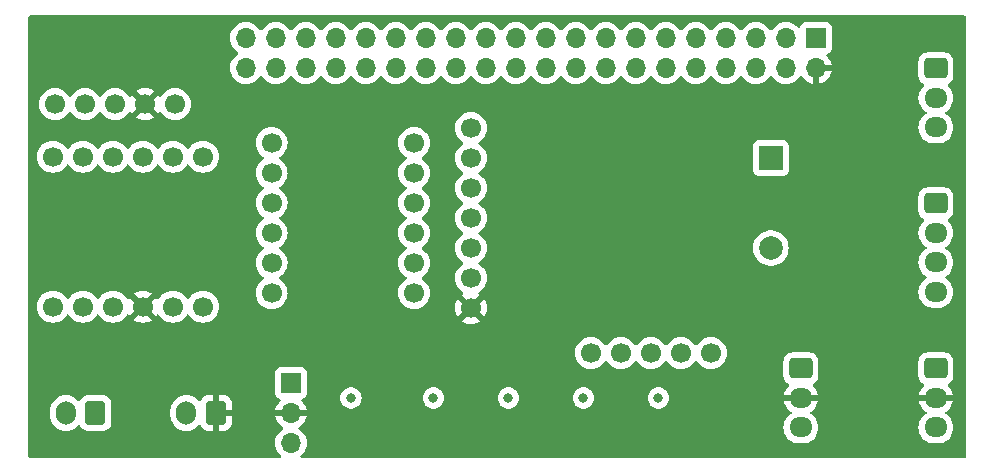
<source format=gbr>
%TF.GenerationSoftware,KiCad,Pcbnew,7.0.8-7.0.8~ubuntu22.04.1*%
%TF.CreationDate,2023-11-16T18:58:47+00:00*%
%TF.ProjectId,v4head,76346865-6164-42e6-9b69-6361645f7063,rev?*%
%TF.SameCoordinates,Original*%
%TF.FileFunction,Copper,L2,Inr*%
%TF.FilePolarity,Positive*%
%FSLAX46Y46*%
G04 Gerber Fmt 4.6, Leading zero omitted, Abs format (unit mm)*
G04 Created by KiCad (PCBNEW 7.0.8-7.0.8~ubuntu22.04.1) date 2023-11-16 18:58:47*
%MOMM*%
%LPD*%
G01*
G04 APERTURE LIST*
G04 Aperture macros list*
%AMRoundRect*
0 Rectangle with rounded corners*
0 $1 Rounding radius*
0 $2 $3 $4 $5 $6 $7 $8 $9 X,Y pos of 4 corners*
0 Add a 4 corners polygon primitive as box body*
4,1,4,$2,$3,$4,$5,$6,$7,$8,$9,$2,$3,0*
0 Add four circle primitives for the rounded corners*
1,1,$1+$1,$2,$3*
1,1,$1+$1,$4,$5*
1,1,$1+$1,$6,$7*
1,1,$1+$1,$8,$9*
0 Add four rect primitives between the rounded corners*
20,1,$1+$1,$2,$3,$4,$5,0*
20,1,$1+$1,$4,$5,$6,$7,0*
20,1,$1+$1,$6,$7,$8,$9,0*
20,1,$1+$1,$8,$9,$2,$3,0*%
G04 Aperture macros list end*
%TA.AperFunction,ComponentPad*%
%ADD10C,1.700000*%
%TD*%
%TA.AperFunction,ComponentPad*%
%ADD11RoundRect,0.250000X-0.725000X0.600000X-0.725000X-0.600000X0.725000X-0.600000X0.725000X0.600000X0*%
%TD*%
%TA.AperFunction,ComponentPad*%
%ADD12O,1.950000X1.700000*%
%TD*%
%TA.AperFunction,ComponentPad*%
%ADD13R,1.700000X1.700000*%
%TD*%
%TA.AperFunction,ComponentPad*%
%ADD14O,1.700000X1.700000*%
%TD*%
%TA.AperFunction,ComponentPad*%
%ADD15R,2.000000X2.000000*%
%TD*%
%TA.AperFunction,ComponentPad*%
%ADD16C,2.000000*%
%TD*%
%TA.AperFunction,ComponentPad*%
%ADD17RoundRect,0.250000X0.600000X0.750000X-0.600000X0.750000X-0.600000X-0.750000X0.600000X-0.750000X0*%
%TD*%
%TA.AperFunction,ComponentPad*%
%ADD18O,1.700000X2.000000*%
%TD*%
%TA.AperFunction,ViaPad*%
%ADD19C,0.800000*%
%TD*%
G04 APERTURE END LIST*
D10*
%TO.N,+5V*%
%TO.C,LLC1*%
X128427500Y-73547500D03*
%TO.N,GND*%
X125887500Y-73547500D03*
%TO.N,Net-(5VMODULE1-Pin_1)*%
X133507500Y-73547500D03*
%TO.N,Net-(LLC1-HV2)*%
X130967500Y-73547500D03*
%TO.N,Net-(LLC1-HV3)*%
X123347500Y-73547500D03*
%TO.N,Net-(LLC1-HV4)*%
X120807500Y-73547500D03*
%TO.N,+3V3*%
X128427500Y-60847500D03*
%TO.N,GND*%
X125887500Y-60847500D03*
%TO.N,Net-(J1-PWM1{slash}GPIO13)*%
X133507500Y-60847500D03*
%TO.N,Net-(J1-PWM0{slash}GPIO12)*%
X130967500Y-60847500D03*
%TO.N,Net-(J1-GPIO14{slash}TXD)*%
X123347500Y-60847500D03*
%TO.N,Net-(J1-GPIO15{slash}RXD)*%
X120807500Y-60847500D03*
%TD*%
%TO.N,unconnected-(RCWL-1-CDS-Pad1)*%
%TO.C,RCWL-1*%
X131162500Y-56402500D03*
%TO.N,+5V*%
X128622500Y-56402500D03*
%TO.N,Net-(J1-GPIO26)*%
X126082500Y-56402500D03*
%TO.N,GND*%
X123542500Y-56402500D03*
%TO.N,unconnected-(RCWL-1-3V3_OUT-Pad5)*%
X121002500Y-56402500D03*
%TD*%
%TO.N,+5V*%
%TO.C,AMP1*%
X156210000Y-73660000D03*
%TO.N,GND*%
X156210000Y-71120000D03*
%TO.N,unconnected-(AMP1-SD-Pad3)*%
X156210000Y-68580000D03*
%TO.N,unconnected-(AMP1-Gain-Pad4)*%
X156210000Y-66040000D03*
%TO.N,Net-(AMP1-DIN)*%
X156210000Y-63500000D03*
%TO.N,Net-(AMP1-BCLK)*%
X156210000Y-60960000D03*
%TO.N,Net-(AMP1-LRCLK)*%
X156210000Y-58420000D03*
%TD*%
D11*
%TO.N,Net-(5VMODULE1-Pin_1)*%
%TO.C,5VMODULE1*%
X195580000Y-78780000D03*
D12*
%TO.N,+5V*%
X195580000Y-81280000D03*
%TO.N,GND*%
X195580000Y-83780000D03*
%TD*%
D13*
%TO.N,+3V3*%
%TO.C,J1*%
X185420000Y-50800000D03*
D14*
%TO.N,+5V*%
X185420000Y-53340000D03*
%TO.N,Net-(I2CMODULE1-Pin_3)*%
X182880000Y-50800000D03*
%TO.N,unconnected-(J1-5V-Pad4)*%
X182880000Y-53340000D03*
%TO.N,Net-(I2CMODULE1-Pin_4)*%
X180340000Y-50800000D03*
%TO.N,GND*%
X180340000Y-53340000D03*
%TO.N,unconnected-(J1-GCLK0{slash}GPIO4-Pad7)*%
X177800000Y-50800000D03*
%TO.N,Net-(J1-GPIO14{slash}TXD)*%
X177800000Y-53340000D03*
%TO.N,GND*%
X175260000Y-50800000D03*
%TO.N,Net-(J1-GPIO15{slash}RXD)*%
X175260000Y-53340000D03*
%TO.N,unconnected-(J1-GPIO17-Pad11)*%
X172720000Y-50800000D03*
%TO.N,Net-(AMP1-BCLK)*%
X172720000Y-53340000D03*
%TO.N,Net-(BZ1--)*%
X170180000Y-50800000D03*
%TO.N,GND*%
X170180000Y-53340000D03*
%TO.N,unconnected-(J1-GPIO22-Pad15)*%
X167640000Y-50800000D03*
%TO.N,unconnected-(J1-GPIO23-Pad16)*%
X167640000Y-53340000D03*
%TO.N,unconnected-(J1-3V3-Pad17)*%
X165100000Y-50800000D03*
%TO.N,unconnected-(J1-GPIO24-Pad18)*%
X165100000Y-53340000D03*
%TO.N,unconnected-(J1-MOSI0{slash}GPIO10-Pad19)*%
X162560000Y-50800000D03*
%TO.N,GND*%
X162560000Y-53340000D03*
%TO.N,unconnected-(J1-MISO0{slash}GPIO9-Pad21)*%
X160020000Y-50800000D03*
%TO.N,Net-(3VMODULE1-Pin_1)*%
X160020000Y-53340000D03*
%TO.N,unconnected-(J1-SCLK0{slash}GPIO11-Pad23)*%
X157480000Y-50800000D03*
%TO.N,unconnected-(J1-~{CE0}{slash}GPIO8-Pad24)*%
X157480000Y-53340000D03*
%TO.N,GND*%
X154940000Y-50800000D03*
%TO.N,unconnected-(J1-~{CE1}{slash}GPIO7-Pad26)*%
X154940000Y-53340000D03*
%TO.N,unconnected-(J1-ID_SD{slash}GPIO0-Pad27)*%
X152400000Y-50800000D03*
%TO.N,unconnected-(J1-ID_SC{slash}GPIO1-Pad28)*%
X152400000Y-53340000D03*
%TO.N,unconnected-(J1-GCLK1{slash}GPIO5-Pad29)*%
X149860000Y-50800000D03*
%TO.N,GND*%
X149860000Y-53340000D03*
%TO.N,unconnected-(J1-GCLK2{slash}GPIO6-Pad31)*%
X147320000Y-50800000D03*
%TO.N,Net-(J1-PWM0{slash}GPIO12)*%
X147320000Y-53340000D03*
%TO.N,Net-(J1-PWM1{slash}GPIO13)*%
X144780000Y-50800000D03*
%TO.N,GND*%
X144780000Y-53340000D03*
%TO.N,Net-(AMP1-LRCLK)*%
X142240000Y-50800000D03*
%TO.N,unconnected-(J1-GPIO16-Pad36)*%
X142240000Y-53340000D03*
%TO.N,Net-(J1-GPIO26)*%
X139700000Y-50800000D03*
%TO.N,Net-(J1-GPIO20{slash}MOSI1)*%
X139700000Y-53340000D03*
%TO.N,GND*%
X137160000Y-50800000D03*
%TO.N,Net-(AMP1-DIN)*%
X137160000Y-53340000D03*
%TD*%
D11*
%TO.N,Net-(3VMODULE1-Pin_1)*%
%TO.C,3VMODULE1*%
X195580000Y-53380000D03*
D12*
%TO.N,+3V3*%
X195580000Y-55880000D03*
%TO.N,GND*%
X195580000Y-58380000D03*
%TD*%
D15*
%TO.N,Net-(BZ1--)*%
%TO.C,BZ1*%
X181610000Y-60970000D03*
D16*
%TO.N,GND*%
X181610000Y-68570000D03*
%TD*%
D10*
%TO.N,GND*%
%TO.C,MIC2*%
X139335000Y-59690000D03*
%TO.N,Net-(AMP1-LRCLK)*%
X139335000Y-62230000D03*
%TO.N,Net-(J1-GPIO20{slash}MOSI1)*%
X139335000Y-64770000D03*
%TO.N,Net-(AMP1-BCLK)*%
X139335000Y-67310000D03*
%TO.N,GND*%
X139335000Y-69850000D03*
%TO.N,+3V3*%
X139335000Y-72390000D03*
%TD*%
%TO.N,+3V3*%
%TO.C,NEO1*%
X166370000Y-77470000D03*
%TO.N,GND*%
X168910000Y-77470000D03*
%TO.N,Net-(I2CMODULE1-Pin_4)*%
X171450000Y-77470000D03*
%TO.N,Net-(I2CMODULE1-Pin_3)*%
X173990000Y-77470000D03*
%TO.N,Net-(D1-DIN)*%
X176530000Y-77470000D03*
%TD*%
D11*
%TO.N,GND*%
%TO.C,I2CMODULE1*%
X195580000Y-64810000D03*
D12*
%TO.N,+3V3*%
X195580000Y-67310000D03*
%TO.N,Net-(I2CMODULE1-Pin_3)*%
X195580000Y-69810000D03*
%TO.N,Net-(I2CMODULE1-Pin_4)*%
X195580000Y-72310000D03*
%TD*%
D13*
%TO.N,Net-(LLC1-HV2)*%
%TO.C,SRV1*%
X140970000Y-80010000D03*
D14*
%TO.N,+5V*%
X140970000Y-82550000D03*
%TO.N,GND*%
X140970000Y-85090000D03*
%TD*%
D17*
%TO.N,Net-(LLC1-HV3)*%
%TO.C,Serial2*%
X124420000Y-82550000D03*
D18*
%TO.N,Net-(LLC1-HV4)*%
X121920000Y-82550000D03*
%TD*%
D11*
%TO.N,Net-(D5-DOUT)*%
%TO.C,NEO2*%
X184150000Y-78780000D03*
D12*
%TO.N,+5V*%
X184150000Y-81280000D03*
%TO.N,GND*%
X184150000Y-83780000D03*
%TD*%
D10*
%TO.N,+3V3*%
%TO.C,MIC1*%
X151400000Y-59690000D03*
%TO.N,Net-(AMP1-LRCLK)*%
X151400000Y-62230000D03*
%TO.N,Net-(J1-GPIO20{slash}MOSI1)*%
X151400000Y-64770000D03*
%TO.N,Net-(AMP1-BCLK)*%
X151400000Y-67310000D03*
%TO.N,GND*%
X151400000Y-69850000D03*
%TO.N,+3V3*%
X151400000Y-72390000D03*
%TD*%
D17*
%TO.N,+5V*%
%TO.C,Power1*%
X134620000Y-82550000D03*
D18*
%TO.N,GND*%
X132120000Y-82550000D03*
%TD*%
D19*
%TO.N,+5V*%
X177683445Y-85060340D03*
X171450000Y-85090000D03*
X165100000Y-85090000D03*
X151765000Y-85090000D03*
X158750000Y-85090000D03*
%TO.N,GND*%
X172085000Y-81280000D03*
X159385000Y-81280000D03*
X165735000Y-81280000D03*
X146050000Y-81280000D03*
X153035000Y-81280000D03*
%TD*%
%TA.AperFunction,Conductor*%
%TO.N,+5V*%
G36*
X198063039Y-48914685D02*
G01*
X198108794Y-48967489D01*
X198120000Y-49019000D01*
X198120000Y-86236000D01*
X198100315Y-86303039D01*
X198047511Y-86348794D01*
X197996000Y-86360000D01*
X141904056Y-86360000D01*
X141837017Y-86340315D01*
X141791262Y-86287511D01*
X141781318Y-86218353D01*
X141810343Y-86154797D01*
X141832931Y-86134426D01*
X141834429Y-86133376D01*
X141841401Y-86128495D01*
X142008495Y-85961401D01*
X142144035Y-85767830D01*
X142243903Y-85553663D01*
X142305063Y-85325408D01*
X142325659Y-85090000D01*
X142305063Y-84854592D01*
X142243903Y-84626337D01*
X142144035Y-84412171D01*
X142026040Y-84243655D01*
X142008494Y-84218597D01*
X141841402Y-84051506D01*
X141841401Y-84051505D01*
X141655405Y-83921269D01*
X141611781Y-83866692D01*
X141604588Y-83797193D01*
X141613280Y-83780000D01*
X182669341Y-83780000D01*
X182689936Y-84015403D01*
X182689938Y-84015413D01*
X182751094Y-84243655D01*
X182751096Y-84243659D01*
X182751097Y-84243663D01*
X182801031Y-84350746D01*
X182850964Y-84457828D01*
X182850965Y-84457830D01*
X182986505Y-84651402D01*
X183153597Y-84818494D01*
X183347169Y-84954034D01*
X183347171Y-84954035D01*
X183561337Y-85053903D01*
X183789592Y-85115063D01*
X183966034Y-85130500D01*
X184333966Y-85130500D01*
X184510408Y-85115063D01*
X184738663Y-85053903D01*
X184952829Y-84954035D01*
X185146401Y-84818495D01*
X185313495Y-84651401D01*
X185449035Y-84457830D01*
X185548903Y-84243663D01*
X185610063Y-84015408D01*
X185630659Y-83780000D01*
X194099341Y-83780000D01*
X194119936Y-84015403D01*
X194119938Y-84015413D01*
X194181094Y-84243655D01*
X194181096Y-84243659D01*
X194181097Y-84243663D01*
X194231031Y-84350746D01*
X194280964Y-84457828D01*
X194280965Y-84457830D01*
X194416505Y-84651402D01*
X194583597Y-84818494D01*
X194777169Y-84954034D01*
X194777171Y-84954035D01*
X194991337Y-85053903D01*
X195219592Y-85115063D01*
X195396034Y-85130500D01*
X195763966Y-85130500D01*
X195940408Y-85115063D01*
X196168663Y-85053903D01*
X196382829Y-84954035D01*
X196576401Y-84818495D01*
X196743495Y-84651401D01*
X196879035Y-84457830D01*
X196978903Y-84243663D01*
X197040063Y-84015408D01*
X197060659Y-83780000D01*
X197040063Y-83544592D01*
X196978903Y-83316337D01*
X196879035Y-83102171D01*
X196879034Y-83102169D01*
X196743494Y-82908597D01*
X196576403Y-82741506D01*
X196418967Y-82631269D01*
X196375342Y-82576692D01*
X196368148Y-82507194D01*
X196399671Y-82444839D01*
X196418967Y-82428119D01*
X196576073Y-82318113D01*
X196576079Y-82318108D01*
X196743105Y-82151082D01*
X196878600Y-81957578D01*
X196978429Y-81743492D01*
X196978432Y-81743486D01*
X197035636Y-81530000D01*
X195983969Y-81530000D01*
X196016519Y-81479351D01*
X196055000Y-81348295D01*
X196055000Y-81211705D01*
X196016519Y-81080649D01*
X195983969Y-81030000D01*
X197035636Y-81030000D01*
X197035635Y-81029999D01*
X196978432Y-80816513D01*
X196978429Y-80816507D01*
X196878600Y-80602422D01*
X196878599Y-80602420D01*
X196743113Y-80408926D01*
X196595856Y-80261668D01*
X196562372Y-80200345D01*
X196567356Y-80130653D01*
X196609228Y-80074720D01*
X196618442Y-80068448D01*
X196624334Y-80064814D01*
X196773656Y-79972712D01*
X196897712Y-79848656D01*
X196989814Y-79699334D01*
X197044999Y-79532797D01*
X197055500Y-79430009D01*
X197055499Y-78129992D01*
X197044999Y-78027203D01*
X196989814Y-77860666D01*
X196897712Y-77711344D01*
X196773656Y-77587288D01*
X196624334Y-77495186D01*
X196457797Y-77440001D01*
X196457795Y-77440000D01*
X196355010Y-77429500D01*
X194804998Y-77429500D01*
X194804981Y-77429501D01*
X194702203Y-77440000D01*
X194702200Y-77440001D01*
X194535668Y-77495185D01*
X194535663Y-77495187D01*
X194386342Y-77587289D01*
X194262289Y-77711342D01*
X194170187Y-77860663D01*
X194170186Y-77860666D01*
X194115001Y-78027203D01*
X194115001Y-78027204D01*
X194115000Y-78027204D01*
X194104500Y-78129983D01*
X194104500Y-79430001D01*
X194104501Y-79430018D01*
X194115000Y-79532796D01*
X194115001Y-79532799D01*
X194170185Y-79699331D01*
X194170187Y-79699336D01*
X194262289Y-79848657D01*
X194386344Y-79972712D01*
X194541558Y-80068448D01*
X194588283Y-80120396D01*
X194599506Y-80189358D01*
X194571663Y-80253441D01*
X194564144Y-80261668D01*
X194416891Y-80408921D01*
X194281399Y-80602421D01*
X194181570Y-80816507D01*
X194181567Y-80816513D01*
X194124364Y-81029999D01*
X194124364Y-81030000D01*
X195176031Y-81030000D01*
X195143481Y-81080649D01*
X195105000Y-81211705D01*
X195105000Y-81348295D01*
X195143481Y-81479351D01*
X195176031Y-81530000D01*
X194124364Y-81530000D01*
X194181567Y-81743486D01*
X194181570Y-81743492D01*
X194281399Y-81957577D01*
X194281400Y-81957579D01*
X194416886Y-82151073D01*
X194416891Y-82151079D01*
X194583920Y-82318108D01*
X194583926Y-82318113D01*
X194741031Y-82428119D01*
X194784656Y-82482696D01*
X194791850Y-82552194D01*
X194760327Y-82614549D01*
X194741032Y-82631269D01*
X194583594Y-82741508D01*
X194416506Y-82908597D01*
X194416501Y-82908604D01*
X194280967Y-83102165D01*
X194280965Y-83102169D01*
X194181098Y-83316335D01*
X194181094Y-83316344D01*
X194119938Y-83544586D01*
X194119936Y-83544596D01*
X194099341Y-83779999D01*
X194099341Y-83780000D01*
X185630659Y-83780000D01*
X185610063Y-83544592D01*
X185548903Y-83316337D01*
X185449035Y-83102171D01*
X185449034Y-83102169D01*
X185313494Y-82908597D01*
X185146403Y-82741506D01*
X184988967Y-82631269D01*
X184945342Y-82576692D01*
X184938148Y-82507194D01*
X184969671Y-82444839D01*
X184988967Y-82428119D01*
X185146073Y-82318113D01*
X185146079Y-82318108D01*
X185313105Y-82151082D01*
X185448600Y-81957578D01*
X185548429Y-81743492D01*
X185548432Y-81743486D01*
X185605636Y-81530000D01*
X184553969Y-81530000D01*
X184586519Y-81479351D01*
X184625000Y-81348295D01*
X184625000Y-81211705D01*
X184586519Y-81080649D01*
X184553969Y-81030000D01*
X185605636Y-81030000D01*
X185605635Y-81029999D01*
X185548432Y-80816513D01*
X185548429Y-80816507D01*
X185448600Y-80602422D01*
X185448599Y-80602420D01*
X185313113Y-80408926D01*
X185165856Y-80261668D01*
X185132372Y-80200345D01*
X185137356Y-80130653D01*
X185179228Y-80074720D01*
X185188442Y-80068448D01*
X185194334Y-80064814D01*
X185343656Y-79972712D01*
X185467712Y-79848656D01*
X185559814Y-79699334D01*
X185614999Y-79532797D01*
X185625500Y-79430009D01*
X185625499Y-78129992D01*
X185614999Y-78027203D01*
X185559814Y-77860666D01*
X185467712Y-77711344D01*
X185343656Y-77587288D01*
X185194334Y-77495186D01*
X185027797Y-77440001D01*
X185027795Y-77440000D01*
X184925010Y-77429500D01*
X183374998Y-77429500D01*
X183374981Y-77429501D01*
X183272203Y-77440000D01*
X183272200Y-77440001D01*
X183105668Y-77495185D01*
X183105663Y-77495187D01*
X182956342Y-77587289D01*
X182832289Y-77711342D01*
X182740187Y-77860663D01*
X182740186Y-77860666D01*
X182685001Y-78027203D01*
X182685001Y-78027204D01*
X182685000Y-78027204D01*
X182674500Y-78129983D01*
X182674500Y-79430001D01*
X182674501Y-79430018D01*
X182685000Y-79532796D01*
X182685001Y-79532799D01*
X182740185Y-79699331D01*
X182740187Y-79699336D01*
X182832289Y-79848657D01*
X182956344Y-79972712D01*
X183111558Y-80068448D01*
X183158283Y-80120396D01*
X183169506Y-80189358D01*
X183141663Y-80253441D01*
X183134144Y-80261668D01*
X182986891Y-80408921D01*
X182851399Y-80602421D01*
X182751570Y-80816507D01*
X182751567Y-80816513D01*
X182694364Y-81029999D01*
X182694364Y-81030000D01*
X183746031Y-81030000D01*
X183713481Y-81080649D01*
X183675000Y-81211705D01*
X183675000Y-81348295D01*
X183713481Y-81479351D01*
X183746031Y-81530000D01*
X182694364Y-81530000D01*
X182751567Y-81743486D01*
X182751570Y-81743492D01*
X182851399Y-81957577D01*
X182851400Y-81957579D01*
X182986886Y-82151073D01*
X182986891Y-82151079D01*
X183153920Y-82318108D01*
X183153926Y-82318113D01*
X183311031Y-82428119D01*
X183354656Y-82482696D01*
X183361850Y-82552194D01*
X183330327Y-82614549D01*
X183311032Y-82631269D01*
X183153594Y-82741508D01*
X182986506Y-82908597D01*
X182986501Y-82908604D01*
X182850967Y-83102165D01*
X182850965Y-83102169D01*
X182751098Y-83316335D01*
X182751094Y-83316344D01*
X182689938Y-83544586D01*
X182689936Y-83544596D01*
X182669341Y-83779999D01*
X182669341Y-83780000D01*
X141613280Y-83780000D01*
X141636110Y-83734839D01*
X141655405Y-83718119D01*
X141841082Y-83588105D01*
X142008105Y-83421082D01*
X142143600Y-83227578D01*
X142243429Y-83013492D01*
X142243432Y-83013486D01*
X142300636Y-82800000D01*
X141403686Y-82800000D01*
X141429493Y-82759844D01*
X141470000Y-82621889D01*
X141470000Y-82478111D01*
X141429493Y-82340156D01*
X141403686Y-82300000D01*
X142300636Y-82300000D01*
X142300635Y-82299999D01*
X142243432Y-82086513D01*
X142243429Y-82086507D01*
X142143600Y-81872422D01*
X142143599Y-81872420D01*
X142008113Y-81678926D01*
X142008108Y-81678920D01*
X141886053Y-81556865D01*
X141852568Y-81495542D01*
X141857552Y-81425850D01*
X141899424Y-81369917D01*
X141930400Y-81353002D01*
X142062331Y-81303796D01*
X142094118Y-81280000D01*
X145144540Y-81280000D01*
X145164326Y-81468256D01*
X145164327Y-81468259D01*
X145222818Y-81648277D01*
X145222821Y-81648284D01*
X145317467Y-81812216D01*
X145371677Y-81872422D01*
X145444129Y-81952888D01*
X145597265Y-82064148D01*
X145597270Y-82064151D01*
X145770192Y-82141142D01*
X145770197Y-82141144D01*
X145955354Y-82180500D01*
X145955355Y-82180500D01*
X146144644Y-82180500D01*
X146144646Y-82180500D01*
X146329803Y-82141144D01*
X146502730Y-82064151D01*
X146655871Y-81952888D01*
X146782533Y-81812216D01*
X146877179Y-81648284D01*
X146935674Y-81468256D01*
X146955460Y-81280000D01*
X152129540Y-81280000D01*
X152149326Y-81468256D01*
X152149327Y-81468259D01*
X152207818Y-81648277D01*
X152207821Y-81648284D01*
X152302467Y-81812216D01*
X152356677Y-81872422D01*
X152429129Y-81952888D01*
X152582265Y-82064148D01*
X152582270Y-82064151D01*
X152755192Y-82141142D01*
X152755197Y-82141144D01*
X152940354Y-82180500D01*
X152940355Y-82180500D01*
X153129644Y-82180500D01*
X153129646Y-82180500D01*
X153314803Y-82141144D01*
X153487730Y-82064151D01*
X153640871Y-81952888D01*
X153767533Y-81812216D01*
X153862179Y-81648284D01*
X153920674Y-81468256D01*
X153940460Y-81280000D01*
X158479540Y-81280000D01*
X158499326Y-81468256D01*
X158499327Y-81468259D01*
X158557818Y-81648277D01*
X158557821Y-81648284D01*
X158652467Y-81812216D01*
X158706677Y-81872422D01*
X158779129Y-81952888D01*
X158932265Y-82064148D01*
X158932270Y-82064151D01*
X159105192Y-82141142D01*
X159105197Y-82141144D01*
X159290354Y-82180500D01*
X159290355Y-82180500D01*
X159479644Y-82180500D01*
X159479646Y-82180500D01*
X159664803Y-82141144D01*
X159837730Y-82064151D01*
X159990871Y-81952888D01*
X160117533Y-81812216D01*
X160212179Y-81648284D01*
X160270674Y-81468256D01*
X160290460Y-81280000D01*
X164829540Y-81280000D01*
X164849326Y-81468256D01*
X164849327Y-81468259D01*
X164907818Y-81648277D01*
X164907821Y-81648284D01*
X165002467Y-81812216D01*
X165056677Y-81872422D01*
X165129129Y-81952888D01*
X165282265Y-82064148D01*
X165282270Y-82064151D01*
X165455192Y-82141142D01*
X165455197Y-82141144D01*
X165640354Y-82180500D01*
X165640355Y-82180500D01*
X165829644Y-82180500D01*
X165829646Y-82180500D01*
X166014803Y-82141144D01*
X166187730Y-82064151D01*
X166340871Y-81952888D01*
X166467533Y-81812216D01*
X166562179Y-81648284D01*
X166620674Y-81468256D01*
X166640460Y-81280000D01*
X171179540Y-81280000D01*
X171199326Y-81468256D01*
X171199327Y-81468259D01*
X171257818Y-81648277D01*
X171257821Y-81648284D01*
X171352467Y-81812216D01*
X171406677Y-81872422D01*
X171479129Y-81952888D01*
X171632265Y-82064148D01*
X171632270Y-82064151D01*
X171805192Y-82141142D01*
X171805197Y-82141144D01*
X171990354Y-82180500D01*
X171990355Y-82180500D01*
X172179644Y-82180500D01*
X172179646Y-82180500D01*
X172364803Y-82141144D01*
X172537730Y-82064151D01*
X172690871Y-81952888D01*
X172817533Y-81812216D01*
X172912179Y-81648284D01*
X172970674Y-81468256D01*
X172990460Y-81280000D01*
X172970674Y-81091744D01*
X172912179Y-80911716D01*
X172817533Y-80747784D01*
X172690871Y-80607112D01*
X172684416Y-80602422D01*
X172537734Y-80495851D01*
X172537729Y-80495848D01*
X172364807Y-80418857D01*
X172364802Y-80418855D01*
X172219001Y-80387865D01*
X172179646Y-80379500D01*
X171990354Y-80379500D01*
X171957897Y-80386398D01*
X171805197Y-80418855D01*
X171805192Y-80418857D01*
X171632270Y-80495848D01*
X171632265Y-80495851D01*
X171479129Y-80607111D01*
X171352466Y-80747785D01*
X171257821Y-80911715D01*
X171257818Y-80911722D01*
X171202931Y-81080649D01*
X171199326Y-81091744D01*
X171179540Y-81280000D01*
X166640460Y-81280000D01*
X166620674Y-81091744D01*
X166562179Y-80911716D01*
X166467533Y-80747784D01*
X166340871Y-80607112D01*
X166334416Y-80602422D01*
X166187734Y-80495851D01*
X166187729Y-80495848D01*
X166014807Y-80418857D01*
X166014802Y-80418855D01*
X165869001Y-80387865D01*
X165829646Y-80379500D01*
X165640354Y-80379500D01*
X165607897Y-80386398D01*
X165455197Y-80418855D01*
X165455192Y-80418857D01*
X165282270Y-80495848D01*
X165282265Y-80495851D01*
X165129129Y-80607111D01*
X165002466Y-80747785D01*
X164907821Y-80911715D01*
X164907818Y-80911722D01*
X164852931Y-81080649D01*
X164849326Y-81091744D01*
X164829540Y-81280000D01*
X160290460Y-81280000D01*
X160270674Y-81091744D01*
X160212179Y-80911716D01*
X160117533Y-80747784D01*
X159990871Y-80607112D01*
X159984416Y-80602422D01*
X159837734Y-80495851D01*
X159837729Y-80495848D01*
X159664807Y-80418857D01*
X159664802Y-80418855D01*
X159519001Y-80387865D01*
X159479646Y-80379500D01*
X159290354Y-80379500D01*
X159257897Y-80386398D01*
X159105197Y-80418855D01*
X159105192Y-80418857D01*
X158932270Y-80495848D01*
X158932265Y-80495851D01*
X158779129Y-80607111D01*
X158652466Y-80747785D01*
X158557821Y-80911715D01*
X158557818Y-80911722D01*
X158502931Y-81080649D01*
X158499326Y-81091744D01*
X158479540Y-81280000D01*
X153940460Y-81280000D01*
X153920674Y-81091744D01*
X153862179Y-80911716D01*
X153767533Y-80747784D01*
X153640871Y-80607112D01*
X153634416Y-80602422D01*
X153487734Y-80495851D01*
X153487729Y-80495848D01*
X153314807Y-80418857D01*
X153314802Y-80418855D01*
X153169001Y-80387865D01*
X153129646Y-80379500D01*
X152940354Y-80379500D01*
X152907897Y-80386398D01*
X152755197Y-80418855D01*
X152755192Y-80418857D01*
X152582270Y-80495848D01*
X152582265Y-80495851D01*
X152429129Y-80607111D01*
X152302466Y-80747785D01*
X152207821Y-80911715D01*
X152207818Y-80911722D01*
X152152931Y-81080649D01*
X152149326Y-81091744D01*
X152129540Y-81280000D01*
X146955460Y-81280000D01*
X146935674Y-81091744D01*
X146877179Y-80911716D01*
X146782533Y-80747784D01*
X146655871Y-80607112D01*
X146649416Y-80602422D01*
X146502734Y-80495851D01*
X146502729Y-80495848D01*
X146329807Y-80418857D01*
X146329802Y-80418855D01*
X146184001Y-80387865D01*
X146144646Y-80379500D01*
X145955354Y-80379500D01*
X145922897Y-80386398D01*
X145770197Y-80418855D01*
X145770192Y-80418857D01*
X145597270Y-80495848D01*
X145597265Y-80495851D01*
X145444129Y-80607111D01*
X145317466Y-80747785D01*
X145222821Y-80911715D01*
X145222818Y-80911722D01*
X145167931Y-81080649D01*
X145164326Y-81091744D01*
X145144540Y-81280000D01*
X142094118Y-81280000D01*
X142177546Y-81217546D01*
X142263796Y-81102331D01*
X142314091Y-80967483D01*
X142320500Y-80907873D01*
X142320499Y-79112128D01*
X142314091Y-79052517D01*
X142263796Y-78917669D01*
X142263795Y-78917668D01*
X142263793Y-78917664D01*
X142177547Y-78802455D01*
X142177544Y-78802452D01*
X142062335Y-78716206D01*
X142062328Y-78716202D01*
X141927482Y-78665908D01*
X141927483Y-78665908D01*
X141867883Y-78659501D01*
X141867881Y-78659500D01*
X141867873Y-78659500D01*
X141867864Y-78659500D01*
X140072129Y-78659500D01*
X140072123Y-78659501D01*
X140012516Y-78665908D01*
X139877671Y-78716202D01*
X139877664Y-78716206D01*
X139762455Y-78802452D01*
X139762452Y-78802455D01*
X139676206Y-78917664D01*
X139676202Y-78917671D01*
X139625908Y-79052517D01*
X139619501Y-79112116D01*
X139619501Y-79112123D01*
X139619500Y-79112135D01*
X139619500Y-80907870D01*
X139619501Y-80907876D01*
X139625908Y-80967483D01*
X139676202Y-81102328D01*
X139676206Y-81102335D01*
X139762452Y-81217544D01*
X139762455Y-81217547D01*
X139877664Y-81303793D01*
X139877671Y-81303797D01*
X139877674Y-81303798D01*
X140009598Y-81353002D01*
X140065531Y-81394873D01*
X140089949Y-81460337D01*
X140075098Y-81528610D01*
X140053947Y-81556865D01*
X139931886Y-81678926D01*
X139796400Y-81872420D01*
X139796399Y-81872422D01*
X139696570Y-82086507D01*
X139696567Y-82086513D01*
X139639364Y-82299999D01*
X139639364Y-82300000D01*
X140536314Y-82300000D01*
X140510507Y-82340156D01*
X140470000Y-82478111D01*
X140470000Y-82621889D01*
X140510507Y-82759844D01*
X140536314Y-82800000D01*
X139639364Y-82800000D01*
X139696567Y-83013486D01*
X139696570Y-83013492D01*
X139796399Y-83227578D01*
X139931894Y-83421082D01*
X140098917Y-83588105D01*
X140284595Y-83718119D01*
X140328219Y-83772696D01*
X140335412Y-83842195D01*
X140303890Y-83904549D01*
X140284595Y-83921269D01*
X140098594Y-84051508D01*
X139931505Y-84218597D01*
X139795965Y-84412169D01*
X139795964Y-84412171D01*
X139696098Y-84626335D01*
X139696094Y-84626344D01*
X139634938Y-84854586D01*
X139634936Y-84854596D01*
X139614341Y-85089999D01*
X139614341Y-85090000D01*
X139634936Y-85325403D01*
X139634938Y-85325413D01*
X139696094Y-85553655D01*
X139696096Y-85553659D01*
X139696097Y-85553663D01*
X139795965Y-85767830D01*
X139795967Y-85767834D01*
X139904281Y-85922521D01*
X139931505Y-85961401D01*
X140098599Y-86128495D01*
X140103923Y-86132223D01*
X140107069Y-86134426D01*
X140150693Y-86189003D01*
X140157885Y-86258502D01*
X140126362Y-86320856D01*
X140066132Y-86356269D01*
X140035944Y-86360000D01*
X118869000Y-86360000D01*
X118801961Y-86340315D01*
X118756206Y-86287511D01*
X118745000Y-86236000D01*
X118745000Y-82758966D01*
X120569500Y-82758966D01*
X120584936Y-82935403D01*
X120584938Y-82935413D01*
X120646094Y-83163655D01*
X120646096Y-83163659D01*
X120646097Y-83163663D01*
X120675901Y-83227578D01*
X120745964Y-83377828D01*
X120745965Y-83377830D01*
X120881505Y-83571402D01*
X121028223Y-83718119D01*
X121048599Y-83738495D01*
X121132428Y-83797193D01*
X121242165Y-83874032D01*
X121242167Y-83874033D01*
X121242170Y-83874035D01*
X121456337Y-83973903D01*
X121456343Y-83973904D01*
X121456344Y-83973905D01*
X121495356Y-83984358D01*
X121684592Y-84035063D01*
X121861034Y-84050500D01*
X121919999Y-84055659D01*
X121920000Y-84055659D01*
X121920001Y-84055659D01*
X121978966Y-84050500D01*
X122155408Y-84035063D01*
X122383663Y-83973903D01*
X122597829Y-83874035D01*
X122791401Y-83738495D01*
X122938602Y-83591293D01*
X122999924Y-83557810D01*
X123069615Y-83562794D01*
X123125549Y-83604665D01*
X123131821Y-83613879D01*
X123135186Y-83619334D01*
X123227288Y-83768656D01*
X123351344Y-83892712D01*
X123500666Y-83984814D01*
X123667203Y-84039999D01*
X123769991Y-84050500D01*
X125070008Y-84050499D01*
X125172797Y-84039999D01*
X125339334Y-83984814D01*
X125488656Y-83892712D01*
X125612712Y-83768656D01*
X125704814Y-83619334D01*
X125759999Y-83452797D01*
X125770500Y-83350009D01*
X125770500Y-82758966D01*
X130769500Y-82758966D01*
X130784936Y-82935403D01*
X130784938Y-82935413D01*
X130846094Y-83163655D01*
X130846096Y-83163659D01*
X130846097Y-83163663D01*
X130875901Y-83227578D01*
X130945964Y-83377828D01*
X130945965Y-83377830D01*
X131081505Y-83571402D01*
X131228223Y-83718119D01*
X131248599Y-83738495D01*
X131332428Y-83797193D01*
X131442165Y-83874032D01*
X131442167Y-83874033D01*
X131442170Y-83874035D01*
X131656337Y-83973903D01*
X131656343Y-83973904D01*
X131656344Y-83973905D01*
X131695356Y-83984358D01*
X131884592Y-84035063D01*
X132061034Y-84050500D01*
X132119999Y-84055659D01*
X132120000Y-84055659D01*
X132120001Y-84055659D01*
X132178966Y-84050500D01*
X132355408Y-84035063D01*
X132583663Y-83973903D01*
X132797829Y-83874035D01*
X132991401Y-83738495D01*
X133138965Y-83590930D01*
X133200287Y-83557447D01*
X133269978Y-83562431D01*
X133325912Y-83604302D01*
X133332183Y-83613516D01*
X133427680Y-83768340D01*
X133427683Y-83768344D01*
X133551654Y-83892315D01*
X133700875Y-83984356D01*
X133700880Y-83984358D01*
X133867302Y-84039505D01*
X133867309Y-84039506D01*
X133970019Y-84049999D01*
X134369999Y-84049999D01*
X134370000Y-84049998D01*
X134370000Y-82985501D01*
X134477685Y-83034680D01*
X134584237Y-83050000D01*
X134655763Y-83050000D01*
X134762315Y-83034680D01*
X134870000Y-82985501D01*
X134870000Y-84049999D01*
X135269972Y-84049999D01*
X135269986Y-84049998D01*
X135372697Y-84039505D01*
X135539119Y-83984358D01*
X135539124Y-83984356D01*
X135688345Y-83892315D01*
X135812315Y-83768345D01*
X135904356Y-83619124D01*
X135904358Y-83619119D01*
X135959505Y-83452697D01*
X135959506Y-83452690D01*
X135969999Y-83349986D01*
X135970000Y-83349973D01*
X135970000Y-82800000D01*
X135053686Y-82800000D01*
X135079493Y-82759844D01*
X135120000Y-82621889D01*
X135120000Y-82478111D01*
X135079493Y-82340156D01*
X135053686Y-82300000D01*
X135969999Y-82300000D01*
X135969999Y-81750028D01*
X135969998Y-81750013D01*
X135959505Y-81647302D01*
X135904358Y-81480880D01*
X135904356Y-81480875D01*
X135812315Y-81331654D01*
X135688345Y-81207684D01*
X135539124Y-81115643D01*
X135539119Y-81115641D01*
X135372697Y-81060494D01*
X135372690Y-81060493D01*
X135269986Y-81050000D01*
X134870000Y-81050000D01*
X134870000Y-82114498D01*
X134762315Y-82065320D01*
X134655763Y-82050000D01*
X134584237Y-82050000D01*
X134477685Y-82065320D01*
X134370000Y-82114498D01*
X134370000Y-81050000D01*
X133970028Y-81050000D01*
X133970012Y-81050001D01*
X133867302Y-81060494D01*
X133700880Y-81115641D01*
X133700875Y-81115643D01*
X133551654Y-81207684D01*
X133427683Y-81331655D01*
X133427680Y-81331659D01*
X133332183Y-81486483D01*
X133280235Y-81533208D01*
X133211272Y-81544429D01*
X133147190Y-81516586D01*
X133138964Y-81509068D01*
X133090233Y-81460337D01*
X132991401Y-81361505D01*
X132991397Y-81361502D01*
X132991396Y-81361501D01*
X132797834Y-81225967D01*
X132797830Y-81225965D01*
X132797828Y-81225964D01*
X132583663Y-81126097D01*
X132583659Y-81126096D01*
X132583655Y-81126094D01*
X132355413Y-81064938D01*
X132355403Y-81064936D01*
X132120001Y-81044341D01*
X132119999Y-81044341D01*
X131884596Y-81064936D01*
X131884586Y-81064938D01*
X131656344Y-81126094D01*
X131656335Y-81126098D01*
X131442171Y-81225964D01*
X131442169Y-81225965D01*
X131248597Y-81361505D01*
X131081505Y-81528597D01*
X130945965Y-81722169D01*
X130945964Y-81722171D01*
X130846098Y-81936335D01*
X130846094Y-81936344D01*
X130784938Y-82164586D01*
X130784936Y-82164596D01*
X130769500Y-82341034D01*
X130769500Y-82758966D01*
X125770500Y-82758966D01*
X125770499Y-81749992D01*
X125769834Y-81743486D01*
X125759999Y-81647203D01*
X125759998Y-81647200D01*
X125725823Y-81544068D01*
X125704814Y-81480666D01*
X125612712Y-81331344D01*
X125488656Y-81207288D01*
X125395888Y-81150069D01*
X125339336Y-81115187D01*
X125339331Y-81115185D01*
X125300531Y-81102328D01*
X125172797Y-81060001D01*
X125172795Y-81060000D01*
X125070010Y-81049500D01*
X123769998Y-81049500D01*
X123769981Y-81049501D01*
X123667203Y-81060000D01*
X123667200Y-81060001D01*
X123500668Y-81115185D01*
X123500663Y-81115187D01*
X123351342Y-81207289D01*
X123227289Y-81331342D01*
X123131821Y-81486121D01*
X123079873Y-81532845D01*
X123010910Y-81544068D01*
X122946828Y-81516224D01*
X122938601Y-81508705D01*
X122791402Y-81361506D01*
X122791395Y-81361501D01*
X122789965Y-81360500D01*
X122675000Y-81280000D01*
X122597834Y-81225967D01*
X122597830Y-81225965D01*
X122597828Y-81225964D01*
X122383663Y-81126097D01*
X122383659Y-81126096D01*
X122383655Y-81126094D01*
X122155413Y-81064938D01*
X122155403Y-81064936D01*
X121920001Y-81044341D01*
X121919999Y-81044341D01*
X121684596Y-81064936D01*
X121684586Y-81064938D01*
X121456344Y-81126094D01*
X121456335Y-81126098D01*
X121242171Y-81225964D01*
X121242169Y-81225965D01*
X121048597Y-81361505D01*
X120881505Y-81528597D01*
X120745965Y-81722169D01*
X120745964Y-81722171D01*
X120646098Y-81936335D01*
X120646094Y-81936344D01*
X120584938Y-82164586D01*
X120584936Y-82164596D01*
X120569500Y-82341034D01*
X120569500Y-82758966D01*
X118745000Y-82758966D01*
X118745000Y-77470000D01*
X165014341Y-77470000D01*
X165034936Y-77705403D01*
X165034938Y-77705413D01*
X165096094Y-77933655D01*
X165096096Y-77933659D01*
X165096097Y-77933663D01*
X165100000Y-77942032D01*
X165195965Y-78147830D01*
X165195967Y-78147834D01*
X165304281Y-78302521D01*
X165331505Y-78341401D01*
X165498599Y-78508495D01*
X165595384Y-78576265D01*
X165692165Y-78644032D01*
X165692167Y-78644033D01*
X165692170Y-78644035D01*
X165906337Y-78743903D01*
X166134592Y-78805063D01*
X166322918Y-78821539D01*
X166369999Y-78825659D01*
X166370000Y-78825659D01*
X166370001Y-78825659D01*
X166409234Y-78822226D01*
X166605408Y-78805063D01*
X166833663Y-78743903D01*
X167047830Y-78644035D01*
X167241401Y-78508495D01*
X167408495Y-78341401D01*
X167538425Y-78155842D01*
X167593002Y-78112217D01*
X167662500Y-78105023D01*
X167724855Y-78136546D01*
X167741575Y-78155842D01*
X167871500Y-78341395D01*
X167871505Y-78341401D01*
X168038599Y-78508495D01*
X168135384Y-78576265D01*
X168232165Y-78644032D01*
X168232167Y-78644033D01*
X168232170Y-78644035D01*
X168446337Y-78743903D01*
X168674592Y-78805063D01*
X168862918Y-78821539D01*
X168909999Y-78825659D01*
X168910000Y-78825659D01*
X168910001Y-78825659D01*
X168949234Y-78822226D01*
X169145408Y-78805063D01*
X169373663Y-78743903D01*
X169587830Y-78644035D01*
X169781401Y-78508495D01*
X169948495Y-78341401D01*
X170078425Y-78155842D01*
X170133002Y-78112217D01*
X170202500Y-78105023D01*
X170264855Y-78136546D01*
X170281575Y-78155842D01*
X170411500Y-78341395D01*
X170411505Y-78341401D01*
X170578599Y-78508495D01*
X170675384Y-78576265D01*
X170772165Y-78644032D01*
X170772167Y-78644033D01*
X170772170Y-78644035D01*
X170986337Y-78743903D01*
X171214592Y-78805063D01*
X171402918Y-78821539D01*
X171449999Y-78825659D01*
X171450000Y-78825659D01*
X171450001Y-78825659D01*
X171489234Y-78822226D01*
X171685408Y-78805063D01*
X171913663Y-78743903D01*
X172127830Y-78644035D01*
X172321401Y-78508495D01*
X172488495Y-78341401D01*
X172618425Y-78155842D01*
X172673002Y-78112217D01*
X172742500Y-78105023D01*
X172804855Y-78136546D01*
X172821575Y-78155842D01*
X172951500Y-78341395D01*
X172951505Y-78341401D01*
X173118599Y-78508495D01*
X173215384Y-78576265D01*
X173312165Y-78644032D01*
X173312167Y-78644033D01*
X173312170Y-78644035D01*
X173526337Y-78743903D01*
X173754592Y-78805063D01*
X173942918Y-78821539D01*
X173989999Y-78825659D01*
X173990000Y-78825659D01*
X173990001Y-78825659D01*
X174029234Y-78822226D01*
X174225408Y-78805063D01*
X174453663Y-78743903D01*
X174667830Y-78644035D01*
X174861401Y-78508495D01*
X175028495Y-78341401D01*
X175158425Y-78155842D01*
X175213002Y-78112217D01*
X175282500Y-78105023D01*
X175344855Y-78136546D01*
X175361575Y-78155842D01*
X175491500Y-78341395D01*
X175491505Y-78341401D01*
X175658599Y-78508495D01*
X175755384Y-78576265D01*
X175852165Y-78644032D01*
X175852167Y-78644033D01*
X175852170Y-78644035D01*
X176066337Y-78743903D01*
X176294592Y-78805063D01*
X176482918Y-78821539D01*
X176529999Y-78825659D01*
X176530000Y-78825659D01*
X176530001Y-78825659D01*
X176569234Y-78822226D01*
X176765408Y-78805063D01*
X176993663Y-78743903D01*
X177207830Y-78644035D01*
X177401401Y-78508495D01*
X177568495Y-78341401D01*
X177704035Y-78147830D01*
X177803903Y-77933663D01*
X177865063Y-77705408D01*
X177885659Y-77470000D01*
X177865063Y-77234592D01*
X177803903Y-77006337D01*
X177704035Y-76792171D01*
X177698425Y-76784158D01*
X177568494Y-76598597D01*
X177401402Y-76431506D01*
X177401395Y-76431501D01*
X177207834Y-76295967D01*
X177207830Y-76295965D01*
X177207828Y-76295964D01*
X176993663Y-76196097D01*
X176993659Y-76196096D01*
X176993655Y-76196094D01*
X176765413Y-76134938D01*
X176765403Y-76134936D01*
X176530001Y-76114341D01*
X176529999Y-76114341D01*
X176294596Y-76134936D01*
X176294586Y-76134938D01*
X176066344Y-76196094D01*
X176066335Y-76196098D01*
X175852171Y-76295964D01*
X175852169Y-76295965D01*
X175658597Y-76431505D01*
X175491505Y-76598597D01*
X175361575Y-76784158D01*
X175306998Y-76827783D01*
X175237500Y-76834977D01*
X175175145Y-76803454D01*
X175158425Y-76784158D01*
X175028494Y-76598597D01*
X174861402Y-76431506D01*
X174861395Y-76431501D01*
X174667834Y-76295967D01*
X174667830Y-76295965D01*
X174667828Y-76295964D01*
X174453663Y-76196097D01*
X174453659Y-76196096D01*
X174453655Y-76196094D01*
X174225413Y-76134938D01*
X174225403Y-76134936D01*
X173990001Y-76114341D01*
X173989999Y-76114341D01*
X173754596Y-76134936D01*
X173754586Y-76134938D01*
X173526344Y-76196094D01*
X173526335Y-76196098D01*
X173312171Y-76295964D01*
X173312169Y-76295965D01*
X173118597Y-76431505D01*
X172951505Y-76598597D01*
X172821575Y-76784158D01*
X172766998Y-76827783D01*
X172697500Y-76834977D01*
X172635145Y-76803454D01*
X172618425Y-76784158D01*
X172488494Y-76598597D01*
X172321402Y-76431506D01*
X172321395Y-76431501D01*
X172127834Y-76295967D01*
X172127830Y-76295965D01*
X172127828Y-76295964D01*
X171913663Y-76196097D01*
X171913659Y-76196096D01*
X171913655Y-76196094D01*
X171685413Y-76134938D01*
X171685403Y-76134936D01*
X171450001Y-76114341D01*
X171449999Y-76114341D01*
X171214596Y-76134936D01*
X171214586Y-76134938D01*
X170986344Y-76196094D01*
X170986335Y-76196098D01*
X170772171Y-76295964D01*
X170772169Y-76295965D01*
X170578597Y-76431505D01*
X170411505Y-76598597D01*
X170281575Y-76784158D01*
X170226998Y-76827783D01*
X170157500Y-76834977D01*
X170095145Y-76803454D01*
X170078425Y-76784158D01*
X169948494Y-76598597D01*
X169781402Y-76431506D01*
X169781395Y-76431501D01*
X169587834Y-76295967D01*
X169587830Y-76295965D01*
X169587828Y-76295964D01*
X169373663Y-76196097D01*
X169373659Y-76196096D01*
X169373655Y-76196094D01*
X169145413Y-76134938D01*
X169145403Y-76134936D01*
X168910001Y-76114341D01*
X168909999Y-76114341D01*
X168674596Y-76134936D01*
X168674586Y-76134938D01*
X168446344Y-76196094D01*
X168446335Y-76196098D01*
X168232171Y-76295964D01*
X168232169Y-76295965D01*
X168038597Y-76431505D01*
X167871505Y-76598597D01*
X167741575Y-76784158D01*
X167686998Y-76827783D01*
X167617500Y-76834977D01*
X167555145Y-76803454D01*
X167538425Y-76784158D01*
X167408494Y-76598597D01*
X167241402Y-76431506D01*
X167241395Y-76431501D01*
X167047834Y-76295967D01*
X167047830Y-76295965D01*
X167047828Y-76295964D01*
X166833663Y-76196097D01*
X166833659Y-76196096D01*
X166833655Y-76196094D01*
X166605413Y-76134938D01*
X166605403Y-76134936D01*
X166370001Y-76114341D01*
X166369999Y-76114341D01*
X166134596Y-76134936D01*
X166134586Y-76134938D01*
X165906344Y-76196094D01*
X165906335Y-76196098D01*
X165692171Y-76295964D01*
X165692169Y-76295965D01*
X165498597Y-76431505D01*
X165331505Y-76598597D01*
X165195965Y-76792169D01*
X165195964Y-76792171D01*
X165096098Y-77006335D01*
X165096094Y-77006344D01*
X165034938Y-77234586D01*
X165034936Y-77234596D01*
X165014341Y-77469999D01*
X165014341Y-77470000D01*
X118745000Y-77470000D01*
X118745000Y-73547500D01*
X119451841Y-73547500D01*
X119472436Y-73782903D01*
X119472438Y-73782913D01*
X119533594Y-74011155D01*
X119533596Y-74011159D01*
X119533597Y-74011163D01*
X119585973Y-74123483D01*
X119633465Y-74225330D01*
X119633467Y-74225334D01*
X119712065Y-74337582D01*
X119769005Y-74418901D01*
X119936099Y-74585995D01*
X120032884Y-74653765D01*
X120129665Y-74721532D01*
X120129667Y-74721533D01*
X120129670Y-74721535D01*
X120343837Y-74821403D01*
X120572092Y-74882563D01*
X120760418Y-74899039D01*
X120807499Y-74903159D01*
X120807500Y-74903159D01*
X120807501Y-74903159D01*
X120846734Y-74899726D01*
X121042908Y-74882563D01*
X121271163Y-74821403D01*
X121485330Y-74721535D01*
X121678901Y-74585995D01*
X121845995Y-74418901D01*
X121975925Y-74233342D01*
X122030502Y-74189717D01*
X122100000Y-74182523D01*
X122162355Y-74214046D01*
X122179075Y-74233342D01*
X122309000Y-74418895D01*
X122309005Y-74418901D01*
X122476099Y-74585995D01*
X122572884Y-74653765D01*
X122669665Y-74721532D01*
X122669667Y-74721533D01*
X122669670Y-74721535D01*
X122883837Y-74821403D01*
X123112092Y-74882563D01*
X123300418Y-74899039D01*
X123347499Y-74903159D01*
X123347500Y-74903159D01*
X123347501Y-74903159D01*
X123386734Y-74899726D01*
X123582908Y-74882563D01*
X123811163Y-74821403D01*
X124025330Y-74721535D01*
X124218901Y-74585995D01*
X124385995Y-74418901D01*
X124515925Y-74233342D01*
X124570502Y-74189717D01*
X124640000Y-74182523D01*
X124702355Y-74214046D01*
X124719075Y-74233342D01*
X124849000Y-74418895D01*
X124849005Y-74418901D01*
X125016099Y-74585995D01*
X125112884Y-74653765D01*
X125209665Y-74721532D01*
X125209667Y-74721533D01*
X125209670Y-74721535D01*
X125423837Y-74821403D01*
X125652092Y-74882563D01*
X125840418Y-74899039D01*
X125887499Y-74903159D01*
X125887500Y-74903159D01*
X125887501Y-74903159D01*
X125926734Y-74899726D01*
X126122908Y-74882563D01*
X126351163Y-74821403D01*
X126565330Y-74721535D01*
X126758901Y-74585995D01*
X126925995Y-74418901D01*
X127056232Y-74232903D01*
X127110807Y-74189280D01*
X127180305Y-74182086D01*
X127242660Y-74213609D01*
X127259380Y-74232905D01*
X127312573Y-74308873D01*
X127944423Y-73677023D01*
X127968007Y-73757344D01*
X128045739Y-73878298D01*
X128154400Y-73972452D01*
X128285185Y-74032180D01*
X128294966Y-74033586D01*
X127666125Y-74662425D01*
X127749921Y-74721099D01*
X127964007Y-74820929D01*
X127964016Y-74820933D01*
X128192173Y-74882067D01*
X128192184Y-74882069D01*
X128427498Y-74902657D01*
X128427502Y-74902657D01*
X128662815Y-74882069D01*
X128662826Y-74882067D01*
X128890983Y-74820933D01*
X128890992Y-74820929D01*
X129105078Y-74721100D01*
X129105082Y-74721098D01*
X129188873Y-74662426D01*
X129188873Y-74662425D01*
X128560033Y-74033586D01*
X128569815Y-74032180D01*
X128700600Y-73972452D01*
X128809261Y-73878298D01*
X128886993Y-73757344D01*
X128910576Y-73677024D01*
X129542425Y-74308873D01*
X129595619Y-74232905D01*
X129650196Y-74189281D01*
X129719695Y-74182088D01*
X129782049Y-74213610D01*
X129798769Y-74232905D01*
X129929005Y-74418901D01*
X130096099Y-74585995D01*
X130192884Y-74653765D01*
X130289665Y-74721532D01*
X130289667Y-74721533D01*
X130289670Y-74721535D01*
X130503837Y-74821403D01*
X130732092Y-74882563D01*
X130920418Y-74899039D01*
X130967499Y-74903159D01*
X130967500Y-74903159D01*
X130967501Y-74903159D01*
X131006734Y-74899726D01*
X131202908Y-74882563D01*
X131431163Y-74821403D01*
X131645330Y-74721535D01*
X131838901Y-74585995D01*
X132005995Y-74418901D01*
X132135925Y-74233342D01*
X132190502Y-74189717D01*
X132260000Y-74182523D01*
X132322355Y-74214046D01*
X132339075Y-74233342D01*
X132469000Y-74418895D01*
X132469005Y-74418901D01*
X132636099Y-74585995D01*
X132732884Y-74653765D01*
X132829665Y-74721532D01*
X132829667Y-74721533D01*
X132829670Y-74721535D01*
X133043837Y-74821403D01*
X133272092Y-74882563D01*
X133460418Y-74899039D01*
X133507499Y-74903159D01*
X133507500Y-74903159D01*
X133507501Y-74903159D01*
X133546734Y-74899726D01*
X133742908Y-74882563D01*
X133971163Y-74821403D01*
X134185330Y-74721535D01*
X134378901Y-74585995D01*
X134545995Y-74418901D01*
X134681535Y-74225330D01*
X134781403Y-74011163D01*
X134842563Y-73782908D01*
X134863159Y-73547500D01*
X134842563Y-73312092D01*
X134781403Y-73083837D01*
X134681535Y-72869671D01*
X134676231Y-72862095D01*
X134545994Y-72676097D01*
X134378902Y-72509006D01*
X134378895Y-72509001D01*
X134208945Y-72390000D01*
X137979341Y-72390000D01*
X137999936Y-72625403D01*
X137999938Y-72625413D01*
X138061094Y-72853655D01*
X138061096Y-72853659D01*
X138061097Y-72853663D01*
X138123660Y-72987829D01*
X138160965Y-73067830D01*
X138160967Y-73067834D01*
X138225503Y-73160000D01*
X138296505Y-73261401D01*
X138463599Y-73428495D01*
X138530888Y-73475611D01*
X138657165Y-73564032D01*
X138657167Y-73564033D01*
X138657170Y-73564035D01*
X138871337Y-73663903D01*
X139099592Y-73725063D01*
X139287918Y-73741539D01*
X139334999Y-73745659D01*
X139335000Y-73745659D01*
X139335001Y-73745659D01*
X139374234Y-73742226D01*
X139570408Y-73725063D01*
X139798663Y-73663903D01*
X140012830Y-73564035D01*
X140206401Y-73428495D01*
X140373495Y-73261401D01*
X140509035Y-73067830D01*
X140608903Y-72853663D01*
X140670063Y-72625408D01*
X140690659Y-72390000D01*
X150044341Y-72390000D01*
X150064936Y-72625403D01*
X150064938Y-72625413D01*
X150126094Y-72853655D01*
X150126096Y-72853659D01*
X150126097Y-72853663D01*
X150188660Y-72987829D01*
X150225965Y-73067830D01*
X150225967Y-73067834D01*
X150290503Y-73160000D01*
X150361505Y-73261401D01*
X150528599Y-73428495D01*
X150595888Y-73475611D01*
X150722165Y-73564032D01*
X150722167Y-73564033D01*
X150722170Y-73564035D01*
X150936337Y-73663903D01*
X151164592Y-73725063D01*
X151352918Y-73741539D01*
X151399999Y-73745659D01*
X151400000Y-73745659D01*
X151400001Y-73745659D01*
X151439234Y-73742226D01*
X151635408Y-73725063D01*
X151863663Y-73663903D01*
X152077830Y-73564035D01*
X152271401Y-73428495D01*
X152438495Y-73261401D01*
X152574035Y-73067830D01*
X152673903Y-72853663D01*
X152735063Y-72625408D01*
X152755659Y-72390000D01*
X152754250Y-72373901D01*
X152745475Y-72273597D01*
X152735063Y-72154592D01*
X152673903Y-71926337D01*
X152574035Y-71712171D01*
X152518018Y-71632169D01*
X152438494Y-71518597D01*
X152271402Y-71351506D01*
X152271396Y-71351501D01*
X152085842Y-71221575D01*
X152042217Y-71166998D01*
X152037352Y-71120000D01*
X154854341Y-71120000D01*
X154874936Y-71355403D01*
X154874938Y-71355413D01*
X154936094Y-71583655D01*
X154936096Y-71583659D01*
X154936097Y-71583663D01*
X155035965Y-71797830D01*
X155035967Y-71797834D01*
X155144281Y-71952521D01*
X155171505Y-71991401D01*
X155338599Y-72158495D01*
X155503657Y-72274070D01*
X155524594Y-72288730D01*
X155568218Y-72343307D01*
X155575411Y-72412806D01*
X155543889Y-72475160D01*
X155524593Y-72491880D01*
X155448626Y-72545072D01*
X155448625Y-72545072D01*
X156077466Y-73173913D01*
X156067685Y-73175320D01*
X155936900Y-73235048D01*
X155828239Y-73329202D01*
X155750507Y-73450156D01*
X155726923Y-73530476D01*
X155095072Y-72898625D01*
X155036401Y-72982419D01*
X154936570Y-73196507D01*
X154936566Y-73196516D01*
X154875432Y-73424673D01*
X154875430Y-73424684D01*
X154854843Y-73659998D01*
X154854843Y-73660001D01*
X154875430Y-73895315D01*
X154875432Y-73895326D01*
X154936566Y-74123483D01*
X154936570Y-74123492D01*
X155036400Y-74337579D01*
X155036402Y-74337583D01*
X155095072Y-74421373D01*
X155095073Y-74421373D01*
X155726923Y-73789523D01*
X155750507Y-73869844D01*
X155828239Y-73990798D01*
X155936900Y-74084952D01*
X156067685Y-74144680D01*
X156077466Y-74146086D01*
X155448625Y-74774925D01*
X155532421Y-74833599D01*
X155746507Y-74933429D01*
X155746516Y-74933433D01*
X155974673Y-74994567D01*
X155974684Y-74994569D01*
X156209998Y-75015157D01*
X156210002Y-75015157D01*
X156445315Y-74994569D01*
X156445326Y-74994567D01*
X156673483Y-74933433D01*
X156673492Y-74933429D01*
X156887578Y-74833600D01*
X156887582Y-74833598D01*
X156971373Y-74774926D01*
X156971373Y-74774925D01*
X156342533Y-74146086D01*
X156352315Y-74144680D01*
X156483100Y-74084952D01*
X156591761Y-73990798D01*
X156669493Y-73869844D01*
X156693076Y-73789523D01*
X157324926Y-74421373D01*
X157383598Y-74337582D01*
X157383600Y-74337578D01*
X157483429Y-74123492D01*
X157483433Y-74123483D01*
X157544567Y-73895326D01*
X157544569Y-73895315D01*
X157565157Y-73660001D01*
X157565157Y-73659998D01*
X157544569Y-73424684D01*
X157544567Y-73424673D01*
X157483433Y-73196516D01*
X157483429Y-73196507D01*
X157383600Y-72982423D01*
X157383599Y-72982421D01*
X157324925Y-72898626D01*
X157324925Y-72898625D01*
X156693076Y-73530475D01*
X156669493Y-73450156D01*
X156591761Y-73329202D01*
X156483100Y-73235048D01*
X156352315Y-73175320D01*
X156342533Y-73173913D01*
X156971373Y-72545073D01*
X156971373Y-72545072D01*
X156895405Y-72491880D01*
X156851780Y-72437304D01*
X156844586Y-72367805D01*
X156873808Y-72310000D01*
X194099341Y-72310000D01*
X194119936Y-72545403D01*
X194119938Y-72545413D01*
X194181094Y-72773655D01*
X194181096Y-72773659D01*
X194181097Y-72773663D01*
X194186909Y-72786126D01*
X194280964Y-72987828D01*
X194280965Y-72987830D01*
X194416505Y-73181402D01*
X194583597Y-73348494D01*
X194777169Y-73484034D01*
X194777171Y-73484035D01*
X194991337Y-73583903D01*
X194991343Y-73583904D01*
X194991344Y-73583905D01*
X195046285Y-73598626D01*
X195219592Y-73645063D01*
X195396034Y-73660500D01*
X195763966Y-73660500D01*
X195940408Y-73645063D01*
X196168663Y-73583903D01*
X196382829Y-73484035D01*
X196576401Y-73348495D01*
X196743495Y-73181401D01*
X196879035Y-72987830D01*
X196978903Y-72773663D01*
X197040063Y-72545408D01*
X197060659Y-72310000D01*
X197040063Y-72074592D01*
X196978903Y-71846337D01*
X196879035Y-71632171D01*
X196879034Y-71632169D01*
X196743494Y-71438597D01*
X196576403Y-71271506D01*
X196497081Y-71215965D01*
X196419401Y-71161573D01*
X196375778Y-71106999D01*
X196368584Y-71037500D01*
X196400106Y-70975145D01*
X196419398Y-70958428D01*
X196576401Y-70848495D01*
X196743495Y-70681401D01*
X196879035Y-70487830D01*
X196978903Y-70273663D01*
X197040063Y-70045408D01*
X197060659Y-69810000D01*
X197040063Y-69574592D01*
X196978903Y-69346337D01*
X196879035Y-69132171D01*
X196879034Y-69132169D01*
X196743494Y-68938597D01*
X196576403Y-68771506D01*
X196520187Y-68732144D01*
X196419401Y-68661573D01*
X196375778Y-68606999D01*
X196368584Y-68537500D01*
X196400106Y-68475145D01*
X196419398Y-68458428D01*
X196576401Y-68348495D01*
X196743495Y-68181401D01*
X196879035Y-67987830D01*
X196978903Y-67773663D01*
X197040063Y-67545408D01*
X197060659Y-67310000D01*
X197058690Y-67287500D01*
X197043198Y-67110429D01*
X197040063Y-67074592D01*
X196978903Y-66846337D01*
X196879035Y-66632171D01*
X196879034Y-66632169D01*
X196743494Y-66438597D01*
X196596295Y-66291398D01*
X196562810Y-66230075D01*
X196567794Y-66160383D01*
X196609666Y-66104450D01*
X196618880Y-66098178D01*
X196637006Y-66086998D01*
X196773656Y-66002712D01*
X196897712Y-65878656D01*
X196989814Y-65729334D01*
X197044999Y-65562797D01*
X197055500Y-65460009D01*
X197055499Y-64159992D01*
X197044999Y-64057203D01*
X196989814Y-63890666D01*
X196897712Y-63741344D01*
X196773656Y-63617288D01*
X196624334Y-63525186D01*
X196457797Y-63470001D01*
X196457795Y-63470000D01*
X196355010Y-63459500D01*
X194804998Y-63459500D01*
X194804981Y-63459501D01*
X194702203Y-63470000D01*
X194702200Y-63470001D01*
X194535668Y-63525185D01*
X194535663Y-63525187D01*
X194386342Y-63617289D01*
X194262289Y-63741342D01*
X194170187Y-63890663D01*
X194170186Y-63890666D01*
X194115001Y-64057203D01*
X194115001Y-64057204D01*
X194115000Y-64057204D01*
X194104500Y-64159983D01*
X194104500Y-65460001D01*
X194104501Y-65460018D01*
X194115000Y-65562796D01*
X194115001Y-65562799D01*
X194141048Y-65641402D01*
X194170186Y-65729334D01*
X194219014Y-65808498D01*
X194262289Y-65878657D01*
X194386344Y-66002712D01*
X194541120Y-66098178D01*
X194587845Y-66150126D01*
X194599068Y-66219088D01*
X194571224Y-66283171D01*
X194563706Y-66291398D01*
X194416501Y-66438603D01*
X194416501Y-66438604D01*
X194280967Y-66632165D01*
X194280965Y-66632169D01*
X194181098Y-66846335D01*
X194181094Y-66846344D01*
X194119938Y-67074586D01*
X194119936Y-67074596D01*
X194099341Y-67309999D01*
X194099341Y-67310000D01*
X194119936Y-67545403D01*
X194119938Y-67545413D01*
X194181094Y-67773655D01*
X194181096Y-67773659D01*
X194181097Y-67773663D01*
X194218276Y-67853393D01*
X194280964Y-67987828D01*
X194280965Y-67987830D01*
X194416505Y-68181402D01*
X194583597Y-68348494D01*
X194740595Y-68458425D01*
X194784220Y-68513002D01*
X194791414Y-68582500D01*
X194759891Y-68644855D01*
X194740595Y-68661575D01*
X194583597Y-68771505D01*
X194416506Y-68938597D01*
X194416501Y-68938604D01*
X194280967Y-69132165D01*
X194280965Y-69132169D01*
X194181098Y-69346335D01*
X194181094Y-69346344D01*
X194119938Y-69574586D01*
X194119936Y-69574596D01*
X194099341Y-69809999D01*
X194099341Y-69810000D01*
X194119936Y-70045403D01*
X194119938Y-70045413D01*
X194181094Y-70273655D01*
X194181096Y-70273659D01*
X194181097Y-70273663D01*
X194199750Y-70313664D01*
X194280964Y-70487828D01*
X194280965Y-70487830D01*
X194416505Y-70681402D01*
X194583597Y-70848494D01*
X194740595Y-70958425D01*
X194784220Y-71013002D01*
X194791414Y-71082500D01*
X194759891Y-71144855D01*
X194740595Y-71161575D01*
X194583597Y-71271505D01*
X194416506Y-71438597D01*
X194416501Y-71438604D01*
X194280967Y-71632165D01*
X194280965Y-71632169D01*
X194181098Y-71846335D01*
X194181094Y-71846344D01*
X194119938Y-72074586D01*
X194119936Y-72074596D01*
X194099341Y-72309999D01*
X194099341Y-72310000D01*
X156873808Y-72310000D01*
X156876108Y-72305451D01*
X156895399Y-72288734D01*
X157081401Y-72158495D01*
X157248495Y-71991401D01*
X157384035Y-71797830D01*
X157483903Y-71583663D01*
X157545063Y-71355408D01*
X157565659Y-71120000D01*
X157563690Y-71097500D01*
X157553763Y-70984035D01*
X157545063Y-70884592D01*
X157483903Y-70656337D01*
X157384035Y-70442171D01*
X157294054Y-70313663D01*
X157248494Y-70248597D01*
X157081402Y-70081506D01*
X157081396Y-70081501D01*
X156895842Y-69951575D01*
X156852217Y-69896998D01*
X156845023Y-69827500D01*
X156876546Y-69765145D01*
X156895842Y-69748425D01*
X156996793Y-69677738D01*
X157081401Y-69618495D01*
X157248495Y-69451401D01*
X157384035Y-69257830D01*
X157483903Y-69043663D01*
X157545063Y-68815408D01*
X157565659Y-68580000D01*
X157564784Y-68570005D01*
X180104357Y-68570005D01*
X180124890Y-68817812D01*
X180124892Y-68817824D01*
X180185936Y-69058881D01*
X180285826Y-69286606D01*
X180421833Y-69494782D01*
X180421836Y-69494785D01*
X180590256Y-69677738D01*
X180786491Y-69830474D01*
X180786493Y-69830475D01*
X180999899Y-69945965D01*
X181005190Y-69948828D01*
X181240386Y-70029571D01*
X181485665Y-70070500D01*
X181734335Y-70070500D01*
X181979614Y-70029571D01*
X182214810Y-69948828D01*
X182433509Y-69830474D01*
X182629744Y-69677738D01*
X182798164Y-69494785D01*
X182934173Y-69286607D01*
X183034063Y-69058881D01*
X183095108Y-68817821D01*
X183095308Y-68815408D01*
X183115643Y-68570005D01*
X183115643Y-68569994D01*
X183095109Y-68322187D01*
X183095107Y-68322175D01*
X183034063Y-68081118D01*
X182934173Y-67853393D01*
X182798166Y-67645217D01*
X182776557Y-67621744D01*
X182629744Y-67462262D01*
X182433509Y-67309526D01*
X182433507Y-67309525D01*
X182433506Y-67309524D01*
X182214811Y-67191172D01*
X182214802Y-67191169D01*
X181979616Y-67110429D01*
X181734335Y-67069500D01*
X181485665Y-67069500D01*
X181240383Y-67110429D01*
X181005197Y-67191169D01*
X181005188Y-67191172D01*
X180786493Y-67309524D01*
X180590257Y-67462261D01*
X180421833Y-67645217D01*
X180285826Y-67853393D01*
X180185936Y-68081118D01*
X180124892Y-68322175D01*
X180124890Y-68322187D01*
X180104357Y-68569994D01*
X180104357Y-68570005D01*
X157564784Y-68570005D01*
X157563690Y-68557500D01*
X157555022Y-68458425D01*
X157545063Y-68344592D01*
X157483903Y-68116337D01*
X157384035Y-67902171D01*
X157349881Y-67853393D01*
X157248494Y-67708597D01*
X157081402Y-67541506D01*
X157081396Y-67541501D01*
X156895842Y-67411575D01*
X156852217Y-67356998D01*
X156845023Y-67287500D01*
X156876546Y-67225145D01*
X156895842Y-67208425D01*
X156920486Y-67191169D01*
X157081401Y-67078495D01*
X157248495Y-66911401D01*
X157384035Y-66717830D01*
X157483903Y-66503663D01*
X157545063Y-66275408D01*
X157565659Y-66040000D01*
X157563690Y-66017500D01*
X157551543Y-65878656D01*
X157545063Y-65804592D01*
X157483903Y-65576337D01*
X157384035Y-65362171D01*
X157294054Y-65233663D01*
X157248494Y-65168597D01*
X157081402Y-65001506D01*
X157081396Y-65001501D01*
X156895842Y-64871575D01*
X156852217Y-64816998D01*
X156845023Y-64747500D01*
X156876546Y-64685145D01*
X156895842Y-64668425D01*
X156918026Y-64652891D01*
X157081401Y-64538495D01*
X157248495Y-64371401D01*
X157384035Y-64177830D01*
X157483903Y-63963663D01*
X157545063Y-63735408D01*
X157565659Y-63500000D01*
X157563690Y-63477500D01*
X157556772Y-63398425D01*
X157545063Y-63264592D01*
X157483903Y-63036337D01*
X157384035Y-62822171D01*
X157294054Y-62693663D01*
X157248494Y-62628597D01*
X157081402Y-62461506D01*
X157081396Y-62461501D01*
X156895842Y-62331575D01*
X156852217Y-62276998D01*
X156845023Y-62207500D01*
X156876546Y-62145145D01*
X156895842Y-62128425D01*
X156918026Y-62112891D01*
X157053731Y-62017870D01*
X180109500Y-62017870D01*
X180109501Y-62017876D01*
X180115908Y-62077483D01*
X180166202Y-62212328D01*
X180166206Y-62212335D01*
X180252452Y-62327544D01*
X180252455Y-62327547D01*
X180367664Y-62413793D01*
X180367671Y-62413797D01*
X180502517Y-62464091D01*
X180502516Y-62464091D01*
X180509444Y-62464835D01*
X180562127Y-62470500D01*
X182657872Y-62470499D01*
X182717483Y-62464091D01*
X182852331Y-62413796D01*
X182967546Y-62327546D01*
X183053796Y-62212331D01*
X183104091Y-62077483D01*
X183110500Y-62017873D01*
X183110499Y-59922128D01*
X183104091Y-59862517D01*
X183084132Y-59809005D01*
X183053797Y-59727671D01*
X183053793Y-59727664D01*
X182967547Y-59612455D01*
X182967544Y-59612452D01*
X182852335Y-59526206D01*
X182852328Y-59526202D01*
X182717482Y-59475908D01*
X182717483Y-59475908D01*
X182657883Y-59469501D01*
X182657881Y-59469500D01*
X182657873Y-59469500D01*
X182657864Y-59469500D01*
X180562129Y-59469500D01*
X180562123Y-59469501D01*
X180502516Y-59475908D01*
X180367671Y-59526202D01*
X180367664Y-59526206D01*
X180252455Y-59612452D01*
X180252452Y-59612455D01*
X180166206Y-59727664D01*
X180166202Y-59727671D01*
X180115908Y-59862517D01*
X180109567Y-59921501D01*
X180109501Y-59922123D01*
X180109500Y-59922135D01*
X180109500Y-62017870D01*
X157053731Y-62017870D01*
X157081401Y-61998495D01*
X157248495Y-61831401D01*
X157384035Y-61637830D01*
X157483903Y-61423663D01*
X157545063Y-61195408D01*
X157565659Y-60960000D01*
X157563690Y-60937500D01*
X157555816Y-60847499D01*
X157545063Y-60724592D01*
X157483903Y-60496337D01*
X157384035Y-60282171D01*
X157313163Y-60180954D01*
X157248494Y-60088597D01*
X157081402Y-59921506D01*
X157081396Y-59921501D01*
X156895842Y-59791575D01*
X156852217Y-59736998D01*
X156845023Y-59667500D01*
X156876546Y-59605145D01*
X156895842Y-59588425D01*
X156944957Y-59554034D01*
X157081401Y-59458495D01*
X157248495Y-59291401D01*
X157384035Y-59097830D01*
X157483903Y-58883663D01*
X157545063Y-58655408D01*
X157565659Y-58420000D01*
X157562159Y-58380000D01*
X194099341Y-58380000D01*
X194119936Y-58615403D01*
X194119938Y-58615413D01*
X194181094Y-58843655D01*
X194181096Y-58843659D01*
X194181097Y-58843663D01*
X194199750Y-58883664D01*
X194280964Y-59057828D01*
X194280965Y-59057830D01*
X194416505Y-59251402D01*
X194583597Y-59418494D01*
X194777169Y-59554034D01*
X194777171Y-59554035D01*
X194991337Y-59653903D01*
X195219592Y-59715063D01*
X195396034Y-59730500D01*
X195763966Y-59730500D01*
X195940408Y-59715063D01*
X196168663Y-59653903D01*
X196382829Y-59554035D01*
X196576401Y-59418495D01*
X196743495Y-59251401D01*
X196879035Y-59057830D01*
X196978903Y-58843663D01*
X197040063Y-58615408D01*
X197060659Y-58380000D01*
X197040063Y-58144592D01*
X196978903Y-57916337D01*
X196879035Y-57702171D01*
X196879034Y-57702169D01*
X196743494Y-57508597D01*
X196576403Y-57341506D01*
X196520187Y-57302144D01*
X196419401Y-57231573D01*
X196375778Y-57176999D01*
X196368584Y-57107500D01*
X196400106Y-57045145D01*
X196419398Y-57028428D01*
X196576401Y-56918495D01*
X196743495Y-56751401D01*
X196879035Y-56557830D01*
X196978903Y-56343663D01*
X197040063Y-56115408D01*
X197060659Y-55880000D01*
X197040063Y-55644592D01*
X196978903Y-55416337D01*
X196879035Y-55202171D01*
X196879034Y-55202169D01*
X196743494Y-55008597D01*
X196596295Y-54861398D01*
X196562810Y-54800075D01*
X196567794Y-54730383D01*
X196609666Y-54674450D01*
X196618880Y-54668178D01*
X196706874Y-54613903D01*
X196773656Y-54572712D01*
X196897712Y-54448656D01*
X196989814Y-54299334D01*
X197044999Y-54132797D01*
X197055500Y-54030009D01*
X197055499Y-52729992D01*
X197047752Y-52654158D01*
X197044999Y-52627203D01*
X197044998Y-52627200D01*
X196989814Y-52460666D01*
X196897712Y-52311344D01*
X196773656Y-52187288D01*
X196624334Y-52095186D01*
X196457797Y-52040001D01*
X196457795Y-52040000D01*
X196355010Y-52029500D01*
X194804998Y-52029500D01*
X194804981Y-52029501D01*
X194702203Y-52040000D01*
X194702200Y-52040001D01*
X194535668Y-52095185D01*
X194535663Y-52095187D01*
X194386342Y-52187289D01*
X194262289Y-52311342D01*
X194170187Y-52460663D01*
X194170185Y-52460668D01*
X194167449Y-52468926D01*
X194115001Y-52627203D01*
X194115001Y-52627204D01*
X194115000Y-52627204D01*
X194104500Y-52729983D01*
X194104500Y-54030001D01*
X194104501Y-54030018D01*
X194115000Y-54132796D01*
X194115001Y-54132799D01*
X194141048Y-54211402D01*
X194170186Y-54299334D01*
X194219014Y-54378498D01*
X194262289Y-54448657D01*
X194386344Y-54572712D01*
X194541120Y-54668178D01*
X194587845Y-54720126D01*
X194599068Y-54789088D01*
X194571224Y-54853171D01*
X194563706Y-54861398D01*
X194416501Y-55008603D01*
X194416501Y-55008604D01*
X194280967Y-55202165D01*
X194280965Y-55202169D01*
X194181098Y-55416335D01*
X194181094Y-55416344D01*
X194119938Y-55644586D01*
X194119936Y-55644596D01*
X194099341Y-55879999D01*
X194099341Y-55880000D01*
X194119936Y-56115403D01*
X194119938Y-56115413D01*
X194181094Y-56343655D01*
X194181096Y-56343659D01*
X194181097Y-56343663D01*
X194208534Y-56402501D01*
X194280964Y-56557828D01*
X194280965Y-56557830D01*
X194416505Y-56751402D01*
X194583597Y-56918494D01*
X194740595Y-57028425D01*
X194784220Y-57083002D01*
X194791414Y-57152500D01*
X194759891Y-57214855D01*
X194740595Y-57231575D01*
X194583597Y-57341505D01*
X194416506Y-57508597D01*
X194416501Y-57508604D01*
X194280967Y-57702165D01*
X194280965Y-57702169D01*
X194181098Y-57916335D01*
X194181094Y-57916344D01*
X194119938Y-58144586D01*
X194119936Y-58144596D01*
X194099341Y-58379999D01*
X194099341Y-58380000D01*
X157562159Y-58380000D01*
X157545063Y-58184592D01*
X157483903Y-57956337D01*
X157384035Y-57742171D01*
X157380809Y-57737563D01*
X157248494Y-57548597D01*
X157081402Y-57381506D01*
X157081395Y-57381501D01*
X156887834Y-57245967D01*
X156887830Y-57245965D01*
X156887828Y-57245964D01*
X156673663Y-57146097D01*
X156673659Y-57146096D01*
X156673655Y-57146094D01*
X156445413Y-57084938D01*
X156445403Y-57084936D01*
X156210001Y-57064341D01*
X156209999Y-57064341D01*
X155974596Y-57084936D01*
X155974586Y-57084938D01*
X155746344Y-57146094D01*
X155746335Y-57146098D01*
X155532171Y-57245964D01*
X155532169Y-57245965D01*
X155338597Y-57381505D01*
X155171505Y-57548597D01*
X155035965Y-57742169D01*
X155035964Y-57742171D01*
X154936098Y-57956335D01*
X154936094Y-57956344D01*
X154874938Y-58184586D01*
X154874936Y-58184596D01*
X154854341Y-58419999D01*
X154854341Y-58420000D01*
X154874936Y-58655403D01*
X154874938Y-58655413D01*
X154936094Y-58883655D01*
X154936096Y-58883659D01*
X154936097Y-58883663D01*
X155017312Y-59057828D01*
X155035965Y-59097830D01*
X155035967Y-59097834D01*
X155171501Y-59291395D01*
X155171506Y-59291402D01*
X155338597Y-59458493D01*
X155338603Y-59458498D01*
X155524158Y-59588425D01*
X155567783Y-59643002D01*
X155574977Y-59712500D01*
X155543454Y-59774855D01*
X155524158Y-59791575D01*
X155338597Y-59921505D01*
X155171505Y-60088597D01*
X155035965Y-60282169D01*
X155035964Y-60282171D01*
X154936098Y-60496335D01*
X154936094Y-60496344D01*
X154874938Y-60724586D01*
X154874936Y-60724596D01*
X154854341Y-60959999D01*
X154854341Y-60960000D01*
X154874936Y-61195403D01*
X154874938Y-61195413D01*
X154936094Y-61423655D01*
X154936096Y-61423659D01*
X154936097Y-61423663D01*
X155035965Y-61637830D01*
X155035967Y-61637834D01*
X155171501Y-61831395D01*
X155171506Y-61831402D01*
X155338597Y-61998493D01*
X155338603Y-61998498D01*
X155524158Y-62128425D01*
X155567783Y-62183002D01*
X155574977Y-62252500D01*
X155543454Y-62314855D01*
X155524158Y-62331575D01*
X155338597Y-62461505D01*
X155171505Y-62628597D01*
X155035965Y-62822169D01*
X155035964Y-62822171D01*
X154936098Y-63036335D01*
X154936094Y-63036344D01*
X154874938Y-63264586D01*
X154874936Y-63264596D01*
X154854341Y-63499999D01*
X154854341Y-63500000D01*
X154874936Y-63735403D01*
X154874938Y-63735413D01*
X154936094Y-63963655D01*
X154936096Y-63963659D01*
X154936097Y-63963663D01*
X155027642Y-64159981D01*
X155035965Y-64177830D01*
X155035967Y-64177834D01*
X155171501Y-64371395D01*
X155171506Y-64371402D01*
X155338597Y-64538493D01*
X155338603Y-64538498D01*
X155524158Y-64668425D01*
X155567783Y-64723002D01*
X155574977Y-64792500D01*
X155543454Y-64854855D01*
X155524158Y-64871575D01*
X155338597Y-65001505D01*
X155171505Y-65168597D01*
X155035965Y-65362169D01*
X155035964Y-65362171D01*
X154936098Y-65576335D01*
X154936094Y-65576344D01*
X154874938Y-65804586D01*
X154874936Y-65804596D01*
X154854341Y-66039999D01*
X154854341Y-66040000D01*
X154874936Y-66275403D01*
X154874938Y-66275413D01*
X154936094Y-66503655D01*
X154936096Y-66503659D01*
X154936097Y-66503663D01*
X155035965Y-66717830D01*
X155035967Y-66717834D01*
X155171501Y-66911395D01*
X155171506Y-66911402D01*
X155338597Y-67078493D01*
X155338603Y-67078498D01*
X155524158Y-67208425D01*
X155567783Y-67263002D01*
X155574977Y-67332500D01*
X155543454Y-67394855D01*
X155524158Y-67411575D01*
X155338597Y-67541505D01*
X155171505Y-67708597D01*
X155035965Y-67902169D01*
X155035964Y-67902171D01*
X154936098Y-68116335D01*
X154936094Y-68116344D01*
X154874938Y-68344586D01*
X154874936Y-68344596D01*
X154854341Y-68579999D01*
X154854341Y-68580000D01*
X154874936Y-68815403D01*
X154874938Y-68815413D01*
X154936094Y-69043655D01*
X154936096Y-69043659D01*
X154936097Y-69043663D01*
X155035965Y-69257830D01*
X155035967Y-69257834D01*
X155171501Y-69451395D01*
X155171506Y-69451402D01*
X155338597Y-69618493D01*
X155338603Y-69618498D01*
X155524158Y-69748425D01*
X155567783Y-69803002D01*
X155574977Y-69872500D01*
X155543454Y-69934855D01*
X155524158Y-69951575D01*
X155338597Y-70081505D01*
X155171505Y-70248597D01*
X155035965Y-70442169D01*
X155035964Y-70442171D01*
X154936098Y-70656335D01*
X154936094Y-70656344D01*
X154874938Y-70884586D01*
X154874936Y-70884596D01*
X154854341Y-71119999D01*
X154854341Y-71120000D01*
X152037352Y-71120000D01*
X152035023Y-71097500D01*
X152066546Y-71035145D01*
X152085842Y-71018425D01*
X152147652Y-70975145D01*
X152271401Y-70888495D01*
X152438495Y-70721401D01*
X152574035Y-70527830D01*
X152673903Y-70313663D01*
X152735063Y-70085408D01*
X152755659Y-69850000D01*
X152753690Y-69827500D01*
X152746772Y-69748425D01*
X152735063Y-69614592D01*
X152673903Y-69386337D01*
X152574035Y-69172171D01*
X152546027Y-69132170D01*
X152438494Y-68978597D01*
X152271402Y-68811506D01*
X152271396Y-68811501D01*
X152085842Y-68681575D01*
X152042217Y-68626998D01*
X152035023Y-68557500D01*
X152066546Y-68495145D01*
X152085842Y-68478425D01*
X152114405Y-68458425D01*
X152271401Y-68348495D01*
X152438495Y-68181401D01*
X152574035Y-67987830D01*
X152673903Y-67773663D01*
X152735063Y-67545408D01*
X152755659Y-67310000D01*
X152753690Y-67287500D01*
X152738198Y-67110429D01*
X152735063Y-67074592D01*
X152673903Y-66846337D01*
X152574035Y-66632171D01*
X152574034Y-66632169D01*
X152438494Y-66438597D01*
X152271402Y-66271506D01*
X152271396Y-66271501D01*
X152085842Y-66141575D01*
X152042217Y-66086998D01*
X152035023Y-66017500D01*
X152066546Y-65955145D01*
X152085842Y-65938425D01*
X152171201Y-65878656D01*
X152271401Y-65808495D01*
X152438495Y-65641401D01*
X152574035Y-65447830D01*
X152673903Y-65233663D01*
X152735063Y-65005408D01*
X152755659Y-64770000D01*
X152753690Y-64747500D01*
X152746772Y-64668425D01*
X152735063Y-64534592D01*
X152673903Y-64306337D01*
X152574035Y-64092171D01*
X152549551Y-64057203D01*
X152438494Y-63898597D01*
X152271402Y-63731506D01*
X152271396Y-63731501D01*
X152085842Y-63601575D01*
X152042217Y-63546998D01*
X152035023Y-63477500D01*
X152066546Y-63415145D01*
X152085842Y-63398425D01*
X152108026Y-63382891D01*
X152271401Y-63268495D01*
X152438495Y-63101401D01*
X152574035Y-62907830D01*
X152673903Y-62693663D01*
X152735063Y-62465408D01*
X152755659Y-62230000D01*
X152754113Y-62212335D01*
X152746158Y-62121403D01*
X152735063Y-61994592D01*
X152673903Y-61766337D01*
X152574035Y-61552171D01*
X152530305Y-61489717D01*
X152438494Y-61358597D01*
X152271402Y-61191506D01*
X152271396Y-61191501D01*
X152085842Y-61061575D01*
X152042217Y-61006998D01*
X152035023Y-60937500D01*
X152066546Y-60875145D01*
X152085842Y-60858425D01*
X152108026Y-60842891D01*
X152271401Y-60728495D01*
X152438495Y-60561401D01*
X152574035Y-60367830D01*
X152673903Y-60153663D01*
X152735063Y-59925408D01*
X152755659Y-59690000D01*
X152753690Y-59667500D01*
X152751539Y-59642918D01*
X152735063Y-59454592D01*
X152673903Y-59226337D01*
X152574035Y-59012171D01*
X152484054Y-58883663D01*
X152438494Y-58818597D01*
X152271402Y-58651506D01*
X152271395Y-58651501D01*
X152077834Y-58515967D01*
X152077830Y-58515965D01*
X152077828Y-58515964D01*
X151863663Y-58416097D01*
X151863659Y-58416096D01*
X151863655Y-58416094D01*
X151635413Y-58354938D01*
X151635403Y-58354936D01*
X151400001Y-58334341D01*
X151399999Y-58334341D01*
X151164596Y-58354936D01*
X151164586Y-58354938D01*
X150936344Y-58416094D01*
X150936335Y-58416098D01*
X150722171Y-58515964D01*
X150722169Y-58515965D01*
X150528597Y-58651505D01*
X150361505Y-58818597D01*
X150225965Y-59012169D01*
X150225964Y-59012171D01*
X150126098Y-59226335D01*
X150126094Y-59226344D01*
X150064938Y-59454586D01*
X150064936Y-59454596D01*
X150044341Y-59689999D01*
X150044341Y-59690000D01*
X150064936Y-59925403D01*
X150064938Y-59925413D01*
X150126094Y-60153655D01*
X150126096Y-60153659D01*
X150126097Y-60153663D01*
X150225965Y-60367830D01*
X150225967Y-60367834D01*
X150361501Y-60561395D01*
X150361506Y-60561402D01*
X150528597Y-60728493D01*
X150528603Y-60728498D01*
X150714158Y-60858425D01*
X150757783Y-60913002D01*
X150764977Y-60982500D01*
X150733454Y-61044855D01*
X150714158Y-61061575D01*
X150528597Y-61191505D01*
X150361505Y-61358597D01*
X150225965Y-61552169D01*
X150225964Y-61552171D01*
X150126098Y-61766335D01*
X150126094Y-61766344D01*
X150064938Y-61994586D01*
X150064936Y-61994596D01*
X150044341Y-62229999D01*
X150044341Y-62230000D01*
X150064936Y-62465403D01*
X150064938Y-62465413D01*
X150126094Y-62693655D01*
X150126096Y-62693659D01*
X150126097Y-62693663D01*
X150225965Y-62907830D01*
X150225967Y-62907834D01*
X150361501Y-63101395D01*
X150361506Y-63101402D01*
X150528597Y-63268493D01*
X150528603Y-63268498D01*
X150714158Y-63398425D01*
X150757783Y-63453002D01*
X150764977Y-63522500D01*
X150733454Y-63584855D01*
X150714158Y-63601575D01*
X150528597Y-63731505D01*
X150361505Y-63898597D01*
X150225965Y-64092169D01*
X150225964Y-64092171D01*
X150126098Y-64306335D01*
X150126094Y-64306344D01*
X150064938Y-64534586D01*
X150064936Y-64534596D01*
X150044341Y-64769999D01*
X150044341Y-64770000D01*
X150064936Y-65005403D01*
X150064938Y-65005413D01*
X150126094Y-65233655D01*
X150126096Y-65233659D01*
X150126097Y-65233663D01*
X150225965Y-65447830D01*
X150225967Y-65447834D01*
X150361501Y-65641395D01*
X150361506Y-65641402D01*
X150528597Y-65808493D01*
X150528603Y-65808498D01*
X150714158Y-65938425D01*
X150757783Y-65993002D01*
X150764977Y-66062500D01*
X150733454Y-66124855D01*
X150714158Y-66141575D01*
X150528597Y-66271505D01*
X150361505Y-66438597D01*
X150225965Y-66632169D01*
X150225964Y-66632171D01*
X150126098Y-66846335D01*
X150126094Y-66846344D01*
X150064938Y-67074586D01*
X150064936Y-67074596D01*
X150044341Y-67309999D01*
X150044341Y-67310000D01*
X150064936Y-67545403D01*
X150064938Y-67545413D01*
X150126094Y-67773655D01*
X150126096Y-67773659D01*
X150126097Y-67773663D01*
X150225964Y-67987828D01*
X150225965Y-67987830D01*
X150225967Y-67987834D01*
X150361501Y-68181395D01*
X150361506Y-68181402D01*
X150528597Y-68348493D01*
X150528603Y-68348498D01*
X150714158Y-68478425D01*
X150757783Y-68533002D01*
X150764977Y-68602500D01*
X150733454Y-68664855D01*
X150714158Y-68681575D01*
X150528597Y-68811505D01*
X150361505Y-68978597D01*
X150225965Y-69172169D01*
X150225964Y-69172171D01*
X150126098Y-69386335D01*
X150126094Y-69386344D01*
X150064938Y-69614586D01*
X150064936Y-69614596D01*
X150044341Y-69849999D01*
X150044341Y-69850000D01*
X150064936Y-70085403D01*
X150064938Y-70085413D01*
X150126094Y-70313655D01*
X150126096Y-70313659D01*
X150126097Y-70313663D01*
X150207312Y-70487828D01*
X150225965Y-70527830D01*
X150225967Y-70527834D01*
X150361501Y-70721395D01*
X150361506Y-70721402D01*
X150528597Y-70888493D01*
X150528603Y-70888498D01*
X150714158Y-71018425D01*
X150757783Y-71073002D01*
X150764977Y-71142500D01*
X150733454Y-71204855D01*
X150714158Y-71221575D01*
X150528597Y-71351505D01*
X150361505Y-71518597D01*
X150225965Y-71712169D01*
X150225964Y-71712171D01*
X150126098Y-71926335D01*
X150126094Y-71926344D01*
X150064938Y-72154586D01*
X150064936Y-72154596D01*
X150044341Y-72389999D01*
X150044341Y-72390000D01*
X140690659Y-72390000D01*
X140689250Y-72373901D01*
X140680475Y-72273597D01*
X140670063Y-72154592D01*
X140608903Y-71926337D01*
X140509035Y-71712171D01*
X140453018Y-71632169D01*
X140373494Y-71518597D01*
X140206402Y-71351506D01*
X140206396Y-71351501D01*
X140020842Y-71221575D01*
X139977217Y-71166998D01*
X139970023Y-71097500D01*
X140001546Y-71035145D01*
X140020842Y-71018425D01*
X140082652Y-70975145D01*
X140206401Y-70888495D01*
X140373495Y-70721401D01*
X140509035Y-70527830D01*
X140608903Y-70313663D01*
X140670063Y-70085408D01*
X140690659Y-69850000D01*
X140688690Y-69827500D01*
X140681772Y-69748425D01*
X140670063Y-69614592D01*
X140608903Y-69386337D01*
X140509035Y-69172171D01*
X140481027Y-69132170D01*
X140373494Y-68978597D01*
X140206402Y-68811506D01*
X140206396Y-68811501D01*
X140020842Y-68681575D01*
X139977217Y-68626998D01*
X139970023Y-68557500D01*
X140001546Y-68495145D01*
X140020842Y-68478425D01*
X140049405Y-68458425D01*
X140206401Y-68348495D01*
X140373495Y-68181401D01*
X140509035Y-67987830D01*
X140608903Y-67773663D01*
X140670063Y-67545408D01*
X140690659Y-67310000D01*
X140688690Y-67287500D01*
X140673198Y-67110429D01*
X140670063Y-67074592D01*
X140608903Y-66846337D01*
X140509035Y-66632171D01*
X140509034Y-66632169D01*
X140373494Y-66438597D01*
X140206402Y-66271506D01*
X140206396Y-66271501D01*
X140020842Y-66141575D01*
X139977217Y-66086998D01*
X139970023Y-66017500D01*
X140001546Y-65955145D01*
X140020842Y-65938425D01*
X140106201Y-65878656D01*
X140206401Y-65808495D01*
X140373495Y-65641401D01*
X140509035Y-65447830D01*
X140608903Y-65233663D01*
X140670063Y-65005408D01*
X140690659Y-64770000D01*
X140688690Y-64747500D01*
X140681772Y-64668425D01*
X140670063Y-64534592D01*
X140608903Y-64306337D01*
X140509035Y-64092171D01*
X140484551Y-64057203D01*
X140373494Y-63898597D01*
X140206402Y-63731506D01*
X140206396Y-63731501D01*
X140020842Y-63601575D01*
X139977217Y-63546998D01*
X139970023Y-63477500D01*
X140001546Y-63415145D01*
X140020842Y-63398425D01*
X140043026Y-63382891D01*
X140206401Y-63268495D01*
X140373495Y-63101401D01*
X140509035Y-62907830D01*
X140608903Y-62693663D01*
X140670063Y-62465408D01*
X140690659Y-62230000D01*
X140689113Y-62212335D01*
X140681158Y-62121403D01*
X140670063Y-61994592D01*
X140608903Y-61766337D01*
X140509035Y-61552171D01*
X140465305Y-61489717D01*
X140373494Y-61358597D01*
X140206402Y-61191506D01*
X140206396Y-61191501D01*
X140020842Y-61061575D01*
X139977217Y-61006998D01*
X139970023Y-60937500D01*
X140001546Y-60875145D01*
X140020842Y-60858425D01*
X140043026Y-60842891D01*
X140206401Y-60728495D01*
X140373495Y-60561401D01*
X140509035Y-60367830D01*
X140608903Y-60153663D01*
X140670063Y-59925408D01*
X140690659Y-59690000D01*
X140688690Y-59667500D01*
X140686539Y-59642918D01*
X140670063Y-59454592D01*
X140608903Y-59226337D01*
X140509035Y-59012171D01*
X140419054Y-58883663D01*
X140373494Y-58818597D01*
X140206402Y-58651506D01*
X140206395Y-58651501D01*
X140012834Y-58515967D01*
X140012830Y-58515965D01*
X140012828Y-58515964D01*
X139798663Y-58416097D01*
X139798659Y-58416096D01*
X139798655Y-58416094D01*
X139570413Y-58354938D01*
X139570403Y-58354936D01*
X139335001Y-58334341D01*
X139334999Y-58334341D01*
X139099596Y-58354936D01*
X139099586Y-58354938D01*
X138871344Y-58416094D01*
X138871335Y-58416098D01*
X138657171Y-58515964D01*
X138657169Y-58515965D01*
X138463597Y-58651505D01*
X138296505Y-58818597D01*
X138160965Y-59012169D01*
X138160964Y-59012171D01*
X138061098Y-59226335D01*
X138061094Y-59226344D01*
X137999938Y-59454586D01*
X137999936Y-59454596D01*
X137979341Y-59689999D01*
X137979341Y-59690000D01*
X137999936Y-59925403D01*
X137999938Y-59925413D01*
X138061094Y-60153655D01*
X138061096Y-60153659D01*
X138061097Y-60153663D01*
X138160965Y-60367830D01*
X138160967Y-60367834D01*
X138296501Y-60561395D01*
X138296506Y-60561402D01*
X138463597Y-60728493D01*
X138463603Y-60728498D01*
X138649158Y-60858425D01*
X138692783Y-60913002D01*
X138699977Y-60982500D01*
X138668454Y-61044855D01*
X138649158Y-61061575D01*
X138463597Y-61191505D01*
X138296505Y-61358597D01*
X138160965Y-61552169D01*
X138160964Y-61552171D01*
X138061098Y-61766335D01*
X138061094Y-61766344D01*
X137999938Y-61994586D01*
X137999936Y-61994596D01*
X137979341Y-62229999D01*
X137979341Y-62230000D01*
X137999936Y-62465403D01*
X137999938Y-62465413D01*
X138061094Y-62693655D01*
X138061096Y-62693659D01*
X138061097Y-62693663D01*
X138160965Y-62907830D01*
X138160967Y-62907834D01*
X138296501Y-63101395D01*
X138296506Y-63101402D01*
X138463597Y-63268493D01*
X138463603Y-63268498D01*
X138649158Y-63398425D01*
X138692783Y-63453002D01*
X138699977Y-63522500D01*
X138668454Y-63584855D01*
X138649158Y-63601575D01*
X138463597Y-63731505D01*
X138296505Y-63898597D01*
X138160965Y-64092169D01*
X138160964Y-64092171D01*
X138061098Y-64306335D01*
X138061094Y-64306344D01*
X137999938Y-64534586D01*
X137999936Y-64534596D01*
X137979341Y-64769999D01*
X137979341Y-64770000D01*
X137999936Y-65005403D01*
X137999938Y-65005413D01*
X138061094Y-65233655D01*
X138061096Y-65233659D01*
X138061097Y-65233663D01*
X138160965Y-65447830D01*
X138160967Y-65447834D01*
X138296501Y-65641395D01*
X138296506Y-65641402D01*
X138463597Y-65808493D01*
X138463603Y-65808498D01*
X138649158Y-65938425D01*
X138692783Y-65993002D01*
X138699977Y-66062500D01*
X138668454Y-66124855D01*
X138649158Y-66141575D01*
X138463597Y-66271505D01*
X138296505Y-66438597D01*
X138160965Y-66632169D01*
X138160964Y-66632171D01*
X138061098Y-66846335D01*
X138061094Y-66846344D01*
X137999938Y-67074586D01*
X137999936Y-67074596D01*
X137979341Y-67309999D01*
X137979341Y-67310000D01*
X137999936Y-67545403D01*
X137999938Y-67545413D01*
X138061094Y-67773655D01*
X138061096Y-67773659D01*
X138061097Y-67773663D01*
X138160964Y-67987828D01*
X138160965Y-67987830D01*
X138160967Y-67987834D01*
X138296501Y-68181395D01*
X138296506Y-68181402D01*
X138463597Y-68348493D01*
X138463603Y-68348498D01*
X138649158Y-68478425D01*
X138692783Y-68533002D01*
X138699977Y-68602500D01*
X138668454Y-68664855D01*
X138649158Y-68681575D01*
X138463597Y-68811505D01*
X138296505Y-68978597D01*
X138160965Y-69172169D01*
X138160964Y-69172171D01*
X138061098Y-69386335D01*
X138061094Y-69386344D01*
X137999938Y-69614586D01*
X137999936Y-69614596D01*
X137979341Y-69849999D01*
X137979341Y-69850000D01*
X137999936Y-70085403D01*
X137999938Y-70085413D01*
X138061094Y-70313655D01*
X138061096Y-70313659D01*
X138061097Y-70313663D01*
X138142312Y-70487828D01*
X138160965Y-70527830D01*
X138160967Y-70527834D01*
X138296501Y-70721395D01*
X138296506Y-70721402D01*
X138463597Y-70888493D01*
X138463603Y-70888498D01*
X138649158Y-71018425D01*
X138692783Y-71073002D01*
X138699977Y-71142500D01*
X138668454Y-71204855D01*
X138649158Y-71221575D01*
X138463597Y-71351505D01*
X138296505Y-71518597D01*
X138160965Y-71712169D01*
X138160964Y-71712171D01*
X138061098Y-71926335D01*
X138061094Y-71926344D01*
X137999938Y-72154586D01*
X137999936Y-72154596D01*
X137979341Y-72389999D01*
X137979341Y-72390000D01*
X134208945Y-72390000D01*
X134185334Y-72373467D01*
X134185330Y-72373465D01*
X134049229Y-72310000D01*
X133971163Y-72273597D01*
X133971159Y-72273596D01*
X133971155Y-72273594D01*
X133742913Y-72212438D01*
X133742903Y-72212436D01*
X133507501Y-72191841D01*
X133507499Y-72191841D01*
X133272096Y-72212436D01*
X133272086Y-72212438D01*
X133043844Y-72273594D01*
X133043835Y-72273598D01*
X132829671Y-72373464D01*
X132829669Y-72373465D01*
X132636097Y-72509005D01*
X132469005Y-72676097D01*
X132339075Y-72861658D01*
X132284498Y-72905283D01*
X132215000Y-72912477D01*
X132152645Y-72880954D01*
X132135925Y-72861658D01*
X132005994Y-72676097D01*
X131838902Y-72509006D01*
X131838895Y-72509001D01*
X131645334Y-72373467D01*
X131645330Y-72373465D01*
X131509229Y-72310000D01*
X131431163Y-72273597D01*
X131431159Y-72273596D01*
X131431155Y-72273594D01*
X131202913Y-72212438D01*
X131202903Y-72212436D01*
X130967501Y-72191841D01*
X130967499Y-72191841D01*
X130732096Y-72212436D01*
X130732086Y-72212438D01*
X130503844Y-72273594D01*
X130503835Y-72273598D01*
X130289671Y-72373464D01*
X130289669Y-72373465D01*
X130096097Y-72509005D01*
X129929005Y-72676097D01*
X129798769Y-72862095D01*
X129744192Y-72905720D01*
X129674694Y-72912914D01*
X129612339Y-72881391D01*
X129595619Y-72862095D01*
X129542425Y-72786126D01*
X129542425Y-72786125D01*
X128910576Y-73417975D01*
X128886993Y-73337656D01*
X128809261Y-73216702D01*
X128700600Y-73122548D01*
X128569815Y-73062820D01*
X128560033Y-73061413D01*
X129188873Y-72432573D01*
X129188873Y-72432572D01*
X129105083Y-72373902D01*
X129105079Y-72373900D01*
X128890992Y-72274070D01*
X128890983Y-72274066D01*
X128662826Y-72212932D01*
X128662815Y-72212930D01*
X128427502Y-72192343D01*
X128427498Y-72192343D01*
X128192184Y-72212930D01*
X128192173Y-72212932D01*
X127964016Y-72274066D01*
X127964007Y-72274070D01*
X127749919Y-72373901D01*
X127666125Y-72432572D01*
X128294966Y-73061413D01*
X128285185Y-73062820D01*
X128154400Y-73122548D01*
X128045739Y-73216702D01*
X127968007Y-73337656D01*
X127944423Y-73417976D01*
X127312573Y-72786126D01*
X127259381Y-72862094D01*
X127204804Y-72905719D01*
X127135306Y-72912913D01*
X127072951Y-72881391D01*
X127056230Y-72862094D01*
X126925994Y-72676097D01*
X126758902Y-72509006D01*
X126758895Y-72509001D01*
X126565334Y-72373467D01*
X126565330Y-72373465D01*
X126429229Y-72310000D01*
X126351163Y-72273597D01*
X126351159Y-72273596D01*
X126351155Y-72273594D01*
X126122913Y-72212438D01*
X126122903Y-72212436D01*
X125887501Y-72191841D01*
X125887499Y-72191841D01*
X125652096Y-72212436D01*
X125652086Y-72212438D01*
X125423844Y-72273594D01*
X125423835Y-72273598D01*
X125209671Y-72373464D01*
X125209669Y-72373465D01*
X125016097Y-72509005D01*
X124849005Y-72676097D01*
X124719075Y-72861658D01*
X124664498Y-72905283D01*
X124595000Y-72912477D01*
X124532645Y-72880954D01*
X124515925Y-72861658D01*
X124385994Y-72676097D01*
X124218902Y-72509006D01*
X124218895Y-72509001D01*
X124025334Y-72373467D01*
X124025330Y-72373465D01*
X123889229Y-72310000D01*
X123811163Y-72273597D01*
X123811159Y-72273596D01*
X123811155Y-72273594D01*
X123582913Y-72212438D01*
X123582903Y-72212436D01*
X123347501Y-72191841D01*
X123347499Y-72191841D01*
X123112096Y-72212436D01*
X123112086Y-72212438D01*
X122883844Y-72273594D01*
X122883835Y-72273598D01*
X122669671Y-72373464D01*
X122669669Y-72373465D01*
X122476097Y-72509005D01*
X122309005Y-72676097D01*
X122179075Y-72861658D01*
X122124498Y-72905283D01*
X122055000Y-72912477D01*
X121992645Y-72880954D01*
X121975925Y-72861658D01*
X121845994Y-72676097D01*
X121678902Y-72509006D01*
X121678895Y-72509001D01*
X121485334Y-72373467D01*
X121485330Y-72373465D01*
X121349229Y-72310000D01*
X121271163Y-72273597D01*
X121271159Y-72273596D01*
X121271155Y-72273594D01*
X121042913Y-72212438D01*
X121042903Y-72212436D01*
X120807501Y-72191841D01*
X120807499Y-72191841D01*
X120572096Y-72212436D01*
X120572086Y-72212438D01*
X120343844Y-72273594D01*
X120343835Y-72273598D01*
X120129671Y-72373464D01*
X120129669Y-72373465D01*
X119936097Y-72509005D01*
X119769005Y-72676097D01*
X119633465Y-72869669D01*
X119633464Y-72869671D01*
X119533598Y-73083835D01*
X119533594Y-73083844D01*
X119472438Y-73312086D01*
X119472436Y-73312096D01*
X119451841Y-73547499D01*
X119451841Y-73547500D01*
X118745000Y-73547500D01*
X118745000Y-60847500D01*
X119451841Y-60847500D01*
X119472436Y-61082903D01*
X119472438Y-61082913D01*
X119533594Y-61311155D01*
X119533596Y-61311159D01*
X119533597Y-61311163D01*
X119537500Y-61319532D01*
X119633465Y-61525330D01*
X119633467Y-61525334D01*
X119652259Y-61552171D01*
X119769005Y-61718901D01*
X119936099Y-61885995D01*
X120032884Y-61953765D01*
X120129665Y-62021532D01*
X120129667Y-62021533D01*
X120129670Y-62021535D01*
X120343837Y-62121403D01*
X120572092Y-62182563D01*
X120760418Y-62199039D01*
X120807499Y-62203159D01*
X120807500Y-62203159D01*
X120807501Y-62203159D01*
X120846734Y-62199726D01*
X121042908Y-62182563D01*
X121271163Y-62121403D01*
X121485330Y-62021535D01*
X121678901Y-61885995D01*
X121845995Y-61718901D01*
X121975925Y-61533342D01*
X122030502Y-61489717D01*
X122100000Y-61482523D01*
X122162355Y-61514046D01*
X122179075Y-61533342D01*
X122309000Y-61718895D01*
X122309005Y-61718901D01*
X122476099Y-61885995D01*
X122572884Y-61953765D01*
X122669665Y-62021532D01*
X122669667Y-62021533D01*
X122669670Y-62021535D01*
X122883837Y-62121403D01*
X123112092Y-62182563D01*
X123300418Y-62199039D01*
X123347499Y-62203159D01*
X123347500Y-62203159D01*
X123347501Y-62203159D01*
X123386734Y-62199726D01*
X123582908Y-62182563D01*
X123811163Y-62121403D01*
X124025330Y-62021535D01*
X124218901Y-61885995D01*
X124385995Y-61718901D01*
X124515925Y-61533342D01*
X124570502Y-61489717D01*
X124640000Y-61482523D01*
X124702355Y-61514046D01*
X124719075Y-61533342D01*
X124849000Y-61718895D01*
X124849005Y-61718901D01*
X125016099Y-61885995D01*
X125112884Y-61953765D01*
X125209665Y-62021532D01*
X125209667Y-62021533D01*
X125209670Y-62021535D01*
X125423837Y-62121403D01*
X125652092Y-62182563D01*
X125840418Y-62199039D01*
X125887499Y-62203159D01*
X125887500Y-62203159D01*
X125887501Y-62203159D01*
X125926734Y-62199726D01*
X126122908Y-62182563D01*
X126351163Y-62121403D01*
X126565330Y-62021535D01*
X126758901Y-61885995D01*
X126925995Y-61718901D01*
X127055925Y-61533342D01*
X127110502Y-61489717D01*
X127180000Y-61482523D01*
X127242355Y-61514046D01*
X127259075Y-61533342D01*
X127389000Y-61718895D01*
X127389005Y-61718901D01*
X127556099Y-61885995D01*
X127652884Y-61953765D01*
X127749665Y-62021532D01*
X127749667Y-62021533D01*
X127749670Y-62021535D01*
X127963837Y-62121403D01*
X128192092Y-62182563D01*
X128380418Y-62199039D01*
X128427499Y-62203159D01*
X128427500Y-62203159D01*
X128427501Y-62203159D01*
X128466734Y-62199726D01*
X128662908Y-62182563D01*
X128891163Y-62121403D01*
X129105330Y-62021535D01*
X129298901Y-61885995D01*
X129465995Y-61718901D01*
X129595925Y-61533342D01*
X129650502Y-61489717D01*
X129720000Y-61482523D01*
X129782355Y-61514046D01*
X129799075Y-61533342D01*
X129929000Y-61718895D01*
X129929005Y-61718901D01*
X130096099Y-61885995D01*
X130192884Y-61953765D01*
X130289665Y-62021532D01*
X130289667Y-62021533D01*
X130289670Y-62021535D01*
X130503837Y-62121403D01*
X130732092Y-62182563D01*
X130920418Y-62199039D01*
X130967499Y-62203159D01*
X130967500Y-62203159D01*
X130967501Y-62203159D01*
X131006734Y-62199726D01*
X131202908Y-62182563D01*
X131431163Y-62121403D01*
X131645330Y-62021535D01*
X131838901Y-61885995D01*
X132005995Y-61718901D01*
X132135925Y-61533342D01*
X132190502Y-61489717D01*
X132260000Y-61482523D01*
X132322355Y-61514046D01*
X132339075Y-61533342D01*
X132469000Y-61718895D01*
X132469005Y-61718901D01*
X132636099Y-61885995D01*
X132732884Y-61953765D01*
X132829665Y-62021532D01*
X132829667Y-62021533D01*
X132829670Y-62021535D01*
X133043837Y-62121403D01*
X133272092Y-62182563D01*
X133460418Y-62199039D01*
X133507499Y-62203159D01*
X133507500Y-62203159D01*
X133507501Y-62203159D01*
X133546734Y-62199726D01*
X133742908Y-62182563D01*
X133971163Y-62121403D01*
X134185330Y-62021535D01*
X134378901Y-61885995D01*
X134545995Y-61718901D01*
X134681535Y-61525330D01*
X134781403Y-61311163D01*
X134842563Y-61082908D01*
X134863159Y-60847500D01*
X134842563Y-60612092D01*
X134781403Y-60383837D01*
X134681535Y-60169671D01*
X134675925Y-60161658D01*
X134545994Y-59976097D01*
X134378902Y-59809006D01*
X134378895Y-59809001D01*
X134345996Y-59785965D01*
X134330130Y-59774855D01*
X134185334Y-59673467D01*
X134185330Y-59673465D01*
X134172538Y-59667500D01*
X133971163Y-59573597D01*
X133971159Y-59573596D01*
X133971155Y-59573594D01*
X133742913Y-59512438D01*
X133742903Y-59512436D01*
X133507501Y-59491841D01*
X133507499Y-59491841D01*
X133272096Y-59512436D01*
X133272086Y-59512438D01*
X133043844Y-59573594D01*
X133043835Y-59573598D01*
X132829671Y-59673464D01*
X132829669Y-59673465D01*
X132636097Y-59809005D01*
X132469005Y-59976097D01*
X132339075Y-60161658D01*
X132284498Y-60205283D01*
X132215000Y-60212477D01*
X132152645Y-60180954D01*
X132135925Y-60161658D01*
X132005994Y-59976097D01*
X131838902Y-59809006D01*
X131838895Y-59809001D01*
X131805996Y-59785965D01*
X131790130Y-59774855D01*
X131645334Y-59673467D01*
X131645330Y-59673465D01*
X131632538Y-59667500D01*
X131431163Y-59573597D01*
X131431159Y-59573596D01*
X131431155Y-59573594D01*
X131202913Y-59512438D01*
X131202903Y-59512436D01*
X130967501Y-59491841D01*
X130967499Y-59491841D01*
X130732096Y-59512436D01*
X130732086Y-59512438D01*
X130503844Y-59573594D01*
X130503835Y-59573598D01*
X130289671Y-59673464D01*
X130289669Y-59673465D01*
X130096097Y-59809005D01*
X129929005Y-59976097D01*
X129799075Y-60161658D01*
X129744498Y-60205283D01*
X129675000Y-60212477D01*
X129612645Y-60180954D01*
X129595925Y-60161658D01*
X129465994Y-59976097D01*
X129298902Y-59809006D01*
X129298895Y-59809001D01*
X129265996Y-59785965D01*
X129250130Y-59774855D01*
X129105334Y-59673467D01*
X129105330Y-59673465D01*
X129092538Y-59667500D01*
X128891163Y-59573597D01*
X128891159Y-59573596D01*
X128891155Y-59573594D01*
X128662913Y-59512438D01*
X128662903Y-59512436D01*
X128427501Y-59491841D01*
X128427499Y-59491841D01*
X128192096Y-59512436D01*
X128192086Y-59512438D01*
X127963844Y-59573594D01*
X127963835Y-59573598D01*
X127749671Y-59673464D01*
X127749669Y-59673465D01*
X127556097Y-59809005D01*
X127389005Y-59976097D01*
X127259075Y-60161658D01*
X127204498Y-60205283D01*
X127135000Y-60212477D01*
X127072645Y-60180954D01*
X127055925Y-60161658D01*
X126925994Y-59976097D01*
X126758902Y-59809006D01*
X126758895Y-59809001D01*
X126725996Y-59785965D01*
X126710130Y-59774855D01*
X126565334Y-59673467D01*
X126565330Y-59673465D01*
X126552538Y-59667500D01*
X126351163Y-59573597D01*
X126351159Y-59573596D01*
X126351155Y-59573594D01*
X126122913Y-59512438D01*
X126122903Y-59512436D01*
X125887501Y-59491841D01*
X125887499Y-59491841D01*
X125652096Y-59512436D01*
X125652086Y-59512438D01*
X125423844Y-59573594D01*
X125423835Y-59573598D01*
X125209671Y-59673464D01*
X125209669Y-59673465D01*
X125016097Y-59809005D01*
X124849005Y-59976097D01*
X124719075Y-60161658D01*
X124664498Y-60205283D01*
X124595000Y-60212477D01*
X124532645Y-60180954D01*
X124515925Y-60161658D01*
X124385994Y-59976097D01*
X124218902Y-59809006D01*
X124218895Y-59809001D01*
X124185996Y-59785965D01*
X124170130Y-59774855D01*
X124025334Y-59673467D01*
X124025330Y-59673465D01*
X124012538Y-59667500D01*
X123811163Y-59573597D01*
X123811159Y-59573596D01*
X123811155Y-59573594D01*
X123582913Y-59512438D01*
X123582903Y-59512436D01*
X123347501Y-59491841D01*
X123347499Y-59491841D01*
X123112096Y-59512436D01*
X123112086Y-59512438D01*
X122883844Y-59573594D01*
X122883835Y-59573598D01*
X122669671Y-59673464D01*
X122669669Y-59673465D01*
X122476097Y-59809005D01*
X122309005Y-59976097D01*
X122179075Y-60161658D01*
X122124498Y-60205283D01*
X122055000Y-60212477D01*
X121992645Y-60180954D01*
X121975925Y-60161658D01*
X121845994Y-59976097D01*
X121678902Y-59809006D01*
X121678895Y-59809001D01*
X121645996Y-59785965D01*
X121630130Y-59774855D01*
X121485334Y-59673467D01*
X121485330Y-59673465D01*
X121472538Y-59667500D01*
X121271163Y-59573597D01*
X121271159Y-59573596D01*
X121271155Y-59573594D01*
X121042913Y-59512438D01*
X121042903Y-59512436D01*
X120807501Y-59491841D01*
X120807499Y-59491841D01*
X120572096Y-59512436D01*
X120572086Y-59512438D01*
X120343844Y-59573594D01*
X120343835Y-59573598D01*
X120129671Y-59673464D01*
X120129669Y-59673465D01*
X119936097Y-59809005D01*
X119769005Y-59976097D01*
X119633465Y-60169669D01*
X119633464Y-60169671D01*
X119533598Y-60383835D01*
X119533594Y-60383844D01*
X119472438Y-60612086D01*
X119472436Y-60612096D01*
X119451841Y-60847499D01*
X119451841Y-60847500D01*
X118745000Y-60847500D01*
X118745000Y-56402500D01*
X119646841Y-56402500D01*
X119667436Y-56637903D01*
X119667438Y-56637913D01*
X119728594Y-56866155D01*
X119728596Y-56866159D01*
X119728597Y-56866163D01*
X119753000Y-56918495D01*
X119828465Y-57080330D01*
X119828467Y-57080334D01*
X119934368Y-57231575D01*
X119964005Y-57273901D01*
X120131099Y-57440995D01*
X120227645Y-57508597D01*
X120324665Y-57576532D01*
X120324667Y-57576533D01*
X120324670Y-57576535D01*
X120538837Y-57676403D01*
X120767092Y-57737563D01*
X120955418Y-57754039D01*
X121002499Y-57758159D01*
X121002500Y-57758159D01*
X121002501Y-57758159D01*
X121041734Y-57754726D01*
X121237908Y-57737563D01*
X121466163Y-57676403D01*
X121680330Y-57576535D01*
X121873901Y-57440995D01*
X122040995Y-57273901D01*
X122170925Y-57088342D01*
X122225502Y-57044717D01*
X122295000Y-57037523D01*
X122357355Y-57069046D01*
X122374075Y-57088342D01*
X122504000Y-57273895D01*
X122504005Y-57273901D01*
X122671099Y-57440995D01*
X122767645Y-57508597D01*
X122864665Y-57576532D01*
X122864667Y-57576533D01*
X122864670Y-57576535D01*
X123078837Y-57676403D01*
X123307092Y-57737563D01*
X123495418Y-57754039D01*
X123542499Y-57758159D01*
X123542500Y-57758159D01*
X123542501Y-57758159D01*
X123581734Y-57754726D01*
X123777908Y-57737563D01*
X124006163Y-57676403D01*
X124220330Y-57576535D01*
X124413901Y-57440995D01*
X124580995Y-57273901D01*
X124710925Y-57088342D01*
X124765502Y-57044717D01*
X124835000Y-57037523D01*
X124897355Y-57069046D01*
X124914075Y-57088342D01*
X125044000Y-57273895D01*
X125044005Y-57273901D01*
X125211099Y-57440995D01*
X125307645Y-57508597D01*
X125404665Y-57576532D01*
X125404667Y-57576533D01*
X125404670Y-57576535D01*
X125618837Y-57676403D01*
X125847092Y-57737563D01*
X126035418Y-57754039D01*
X126082499Y-57758159D01*
X126082500Y-57758159D01*
X126082501Y-57758159D01*
X126121734Y-57754726D01*
X126317908Y-57737563D01*
X126546163Y-57676403D01*
X126760330Y-57576535D01*
X126953901Y-57440995D01*
X127120995Y-57273901D01*
X127251232Y-57087903D01*
X127305807Y-57044280D01*
X127375305Y-57037086D01*
X127437660Y-57068609D01*
X127454380Y-57087905D01*
X127507573Y-57163873D01*
X128139423Y-56532023D01*
X128163007Y-56612344D01*
X128240739Y-56733298D01*
X128349400Y-56827452D01*
X128480185Y-56887180D01*
X128489966Y-56888586D01*
X127861125Y-57517425D01*
X127944921Y-57576099D01*
X128159007Y-57675929D01*
X128159016Y-57675933D01*
X128387173Y-57737067D01*
X128387184Y-57737069D01*
X128622498Y-57757657D01*
X128622502Y-57757657D01*
X128857815Y-57737069D01*
X128857826Y-57737067D01*
X129085983Y-57675933D01*
X129085992Y-57675929D01*
X129300078Y-57576100D01*
X129300082Y-57576098D01*
X129383873Y-57517426D01*
X129383873Y-57517425D01*
X128755033Y-56888586D01*
X128764815Y-56887180D01*
X128895600Y-56827452D01*
X129004261Y-56733298D01*
X129081993Y-56612344D01*
X129105576Y-56532024D01*
X129737425Y-57163873D01*
X129790619Y-57087905D01*
X129845196Y-57044281D01*
X129914695Y-57037088D01*
X129977049Y-57068610D01*
X129993769Y-57087905D01*
X130124005Y-57273901D01*
X130291099Y-57440995D01*
X130387645Y-57508597D01*
X130484665Y-57576532D01*
X130484667Y-57576533D01*
X130484670Y-57576535D01*
X130698837Y-57676403D01*
X130927092Y-57737563D01*
X131115418Y-57754039D01*
X131162499Y-57758159D01*
X131162500Y-57758159D01*
X131162501Y-57758159D01*
X131201734Y-57754726D01*
X131397908Y-57737563D01*
X131626163Y-57676403D01*
X131840330Y-57576535D01*
X132033901Y-57440995D01*
X132200995Y-57273901D01*
X132336535Y-57080330D01*
X132436403Y-56866163D01*
X132497563Y-56637908D01*
X132518159Y-56402500D01*
X132497563Y-56167092D01*
X132436403Y-55938837D01*
X132336535Y-55724671D01*
X132331231Y-55717095D01*
X132200994Y-55531097D01*
X132033902Y-55364006D01*
X132033895Y-55364001D01*
X131840334Y-55228467D01*
X131840330Y-55228465D01*
X131783938Y-55202169D01*
X131626163Y-55128597D01*
X131626159Y-55128596D01*
X131626155Y-55128594D01*
X131397913Y-55067438D01*
X131397903Y-55067436D01*
X131162501Y-55046841D01*
X131162499Y-55046841D01*
X130927096Y-55067436D01*
X130927086Y-55067438D01*
X130698844Y-55128594D01*
X130698835Y-55128598D01*
X130484671Y-55228464D01*
X130484669Y-55228465D01*
X130291097Y-55364005D01*
X130124005Y-55531097D01*
X129993769Y-55717095D01*
X129939192Y-55760720D01*
X129869694Y-55767914D01*
X129807339Y-55736391D01*
X129790619Y-55717095D01*
X129737425Y-55641126D01*
X129737425Y-55641125D01*
X129105576Y-56272975D01*
X129081993Y-56192656D01*
X129004261Y-56071702D01*
X128895600Y-55977548D01*
X128764815Y-55917820D01*
X128755033Y-55916413D01*
X129383873Y-55287573D01*
X129383873Y-55287572D01*
X129300083Y-55228902D01*
X129300079Y-55228900D01*
X129085992Y-55129070D01*
X129085983Y-55129066D01*
X128857826Y-55067932D01*
X128857815Y-55067930D01*
X128622502Y-55047343D01*
X128622498Y-55047343D01*
X128387184Y-55067930D01*
X128387173Y-55067932D01*
X128159016Y-55129066D01*
X128159007Y-55129070D01*
X127944919Y-55228901D01*
X127861125Y-55287572D01*
X128489966Y-55916413D01*
X128480185Y-55917820D01*
X128349400Y-55977548D01*
X128240739Y-56071702D01*
X128163007Y-56192656D01*
X128139423Y-56272976D01*
X127507573Y-55641126D01*
X127454381Y-55717094D01*
X127399804Y-55760719D01*
X127330306Y-55767913D01*
X127267951Y-55736391D01*
X127251230Y-55717094D01*
X127120994Y-55531097D01*
X126953902Y-55364006D01*
X126953895Y-55364001D01*
X126760334Y-55228467D01*
X126760330Y-55228465D01*
X126703938Y-55202169D01*
X126546163Y-55128597D01*
X126546159Y-55128596D01*
X126546155Y-55128594D01*
X126317913Y-55067438D01*
X126317903Y-55067436D01*
X126082501Y-55046841D01*
X126082499Y-55046841D01*
X125847096Y-55067436D01*
X125847086Y-55067438D01*
X125618844Y-55128594D01*
X125618835Y-55128598D01*
X125404671Y-55228464D01*
X125404669Y-55228465D01*
X125211097Y-55364005D01*
X125044005Y-55531097D01*
X124914075Y-55716658D01*
X124859498Y-55760283D01*
X124790000Y-55767477D01*
X124727645Y-55735954D01*
X124710925Y-55716658D01*
X124580994Y-55531097D01*
X124413902Y-55364006D01*
X124413895Y-55364001D01*
X124220334Y-55228467D01*
X124220330Y-55228465D01*
X124163938Y-55202169D01*
X124006163Y-55128597D01*
X124006159Y-55128596D01*
X124006155Y-55128594D01*
X123777913Y-55067438D01*
X123777903Y-55067436D01*
X123542501Y-55046841D01*
X123542499Y-55046841D01*
X123307096Y-55067436D01*
X123307086Y-55067438D01*
X123078844Y-55128594D01*
X123078835Y-55128598D01*
X122864671Y-55228464D01*
X122864669Y-55228465D01*
X122671097Y-55364005D01*
X122504005Y-55531097D01*
X122374075Y-55716658D01*
X122319498Y-55760283D01*
X122250000Y-55767477D01*
X122187645Y-55735954D01*
X122170925Y-55716658D01*
X122040994Y-55531097D01*
X121873902Y-55364006D01*
X121873895Y-55364001D01*
X121680334Y-55228467D01*
X121680330Y-55228465D01*
X121623938Y-55202169D01*
X121466163Y-55128597D01*
X121466159Y-55128596D01*
X121466155Y-55128594D01*
X121237913Y-55067438D01*
X121237903Y-55067436D01*
X121002501Y-55046841D01*
X121002499Y-55046841D01*
X120767096Y-55067436D01*
X120767086Y-55067438D01*
X120538844Y-55128594D01*
X120538835Y-55128598D01*
X120324671Y-55228464D01*
X120324669Y-55228465D01*
X120131097Y-55364005D01*
X119964005Y-55531097D01*
X119828465Y-55724669D01*
X119828464Y-55724671D01*
X119728598Y-55938835D01*
X119728594Y-55938844D01*
X119667438Y-56167086D01*
X119667436Y-56167096D01*
X119646841Y-56402499D01*
X119646841Y-56402500D01*
X118745000Y-56402500D01*
X118745000Y-53340000D01*
X135804341Y-53340000D01*
X135824936Y-53575403D01*
X135824938Y-53575413D01*
X135886094Y-53803655D01*
X135886096Y-53803659D01*
X135886097Y-53803663D01*
X135966004Y-53975023D01*
X135985965Y-54017830D01*
X135985967Y-54017834D01*
X136066464Y-54132795D01*
X136121505Y-54211401D01*
X136288599Y-54378495D01*
X136385384Y-54446265D01*
X136482165Y-54514032D01*
X136482167Y-54514033D01*
X136482170Y-54514035D01*
X136696337Y-54613903D01*
X136924592Y-54675063D01*
X137112918Y-54691539D01*
X137159999Y-54695659D01*
X137160000Y-54695659D01*
X137160001Y-54695659D01*
X137199234Y-54692226D01*
X137395408Y-54675063D01*
X137623663Y-54613903D01*
X137837830Y-54514035D01*
X138031401Y-54378495D01*
X138198495Y-54211401D01*
X138328425Y-54025842D01*
X138383002Y-53982217D01*
X138452500Y-53975023D01*
X138514855Y-54006546D01*
X138531575Y-54025842D01*
X138661500Y-54211395D01*
X138661505Y-54211401D01*
X138828599Y-54378495D01*
X138925384Y-54446265D01*
X139022165Y-54514032D01*
X139022167Y-54514033D01*
X139022170Y-54514035D01*
X139236337Y-54613903D01*
X139464592Y-54675063D01*
X139652918Y-54691539D01*
X139699999Y-54695659D01*
X139700000Y-54695659D01*
X139700001Y-54695659D01*
X139739234Y-54692226D01*
X139935408Y-54675063D01*
X140163663Y-54613903D01*
X140377830Y-54514035D01*
X140571401Y-54378495D01*
X140738495Y-54211401D01*
X140868425Y-54025842D01*
X140923002Y-53982217D01*
X140992500Y-53975023D01*
X141054855Y-54006546D01*
X141071575Y-54025842D01*
X141201500Y-54211395D01*
X141201505Y-54211401D01*
X141368599Y-54378495D01*
X141465384Y-54446265D01*
X141562165Y-54514032D01*
X141562167Y-54514033D01*
X141562170Y-54514035D01*
X141776337Y-54613903D01*
X142004592Y-54675063D01*
X142192918Y-54691539D01*
X142239999Y-54695659D01*
X142240000Y-54695659D01*
X142240001Y-54695659D01*
X142279234Y-54692226D01*
X142475408Y-54675063D01*
X142703663Y-54613903D01*
X142917830Y-54514035D01*
X143111401Y-54378495D01*
X143278495Y-54211401D01*
X143408425Y-54025842D01*
X143463002Y-53982217D01*
X143532500Y-53975023D01*
X143594855Y-54006546D01*
X143611575Y-54025842D01*
X143741500Y-54211395D01*
X143741505Y-54211401D01*
X143908599Y-54378495D01*
X144005384Y-54446265D01*
X144102165Y-54514032D01*
X144102167Y-54514033D01*
X144102170Y-54514035D01*
X144316337Y-54613903D01*
X144544592Y-54675063D01*
X144732918Y-54691539D01*
X144779999Y-54695659D01*
X144780000Y-54695659D01*
X144780001Y-54695659D01*
X144819234Y-54692226D01*
X145015408Y-54675063D01*
X145243663Y-54613903D01*
X145457830Y-54514035D01*
X145651401Y-54378495D01*
X145818495Y-54211401D01*
X145948425Y-54025842D01*
X146003002Y-53982217D01*
X146072500Y-53975023D01*
X146134855Y-54006546D01*
X146151575Y-54025842D01*
X146281500Y-54211395D01*
X146281505Y-54211401D01*
X146448599Y-54378495D01*
X146545384Y-54446265D01*
X146642165Y-54514032D01*
X146642167Y-54514033D01*
X146642170Y-54514035D01*
X146856337Y-54613903D01*
X147084592Y-54675063D01*
X147272918Y-54691539D01*
X147319999Y-54695659D01*
X147320000Y-54695659D01*
X147320001Y-54695659D01*
X147359234Y-54692226D01*
X147555408Y-54675063D01*
X147783663Y-54613903D01*
X147997830Y-54514035D01*
X148191401Y-54378495D01*
X148358495Y-54211401D01*
X148488425Y-54025842D01*
X148543002Y-53982217D01*
X148612500Y-53975023D01*
X148674855Y-54006546D01*
X148691575Y-54025842D01*
X148821500Y-54211395D01*
X148821505Y-54211401D01*
X148988599Y-54378495D01*
X149085384Y-54446265D01*
X149182165Y-54514032D01*
X149182167Y-54514033D01*
X149182170Y-54514035D01*
X149396337Y-54613903D01*
X149624592Y-54675063D01*
X149812918Y-54691539D01*
X149859999Y-54695659D01*
X149860000Y-54695659D01*
X149860001Y-54695659D01*
X149899234Y-54692226D01*
X150095408Y-54675063D01*
X150323663Y-54613903D01*
X150537830Y-54514035D01*
X150731401Y-54378495D01*
X150898495Y-54211401D01*
X151028425Y-54025842D01*
X151083002Y-53982217D01*
X151152500Y-53975023D01*
X151214855Y-54006546D01*
X151231575Y-54025842D01*
X151361500Y-54211395D01*
X151361505Y-54211401D01*
X151528599Y-54378495D01*
X151625384Y-54446265D01*
X151722165Y-54514032D01*
X151722167Y-54514033D01*
X151722170Y-54514035D01*
X151936337Y-54613903D01*
X152164592Y-54675063D01*
X152352918Y-54691539D01*
X152399999Y-54695659D01*
X152400000Y-54695659D01*
X152400001Y-54695659D01*
X152439234Y-54692226D01*
X152635408Y-54675063D01*
X152863663Y-54613903D01*
X153077830Y-54514035D01*
X153271401Y-54378495D01*
X153438495Y-54211401D01*
X153568425Y-54025842D01*
X153623002Y-53982217D01*
X153692500Y-53975023D01*
X153754855Y-54006546D01*
X153771575Y-54025842D01*
X153901500Y-54211395D01*
X153901505Y-54211401D01*
X154068599Y-54378495D01*
X154165384Y-54446265D01*
X154262165Y-54514032D01*
X154262167Y-54514033D01*
X154262170Y-54514035D01*
X154476337Y-54613903D01*
X154704592Y-54675063D01*
X154892918Y-54691539D01*
X154939999Y-54695659D01*
X154940000Y-54695659D01*
X154940001Y-54695659D01*
X154979234Y-54692226D01*
X155175408Y-54675063D01*
X155403663Y-54613903D01*
X155617830Y-54514035D01*
X155811401Y-54378495D01*
X155978495Y-54211401D01*
X156108425Y-54025842D01*
X156163002Y-53982217D01*
X156232500Y-53975023D01*
X156294855Y-54006546D01*
X156311575Y-54025842D01*
X156441500Y-54211395D01*
X156441505Y-54211401D01*
X156608599Y-54378495D01*
X156705384Y-54446265D01*
X156802165Y-54514032D01*
X156802167Y-54514033D01*
X156802170Y-54514035D01*
X157016337Y-54613903D01*
X157244592Y-54675063D01*
X157432918Y-54691539D01*
X157479999Y-54695659D01*
X157480000Y-54695659D01*
X157480001Y-54695659D01*
X157519234Y-54692226D01*
X157715408Y-54675063D01*
X157943663Y-54613903D01*
X158157830Y-54514035D01*
X158351401Y-54378495D01*
X158518495Y-54211401D01*
X158648425Y-54025842D01*
X158703002Y-53982217D01*
X158772500Y-53975023D01*
X158834855Y-54006546D01*
X158851575Y-54025842D01*
X158981500Y-54211395D01*
X158981505Y-54211401D01*
X159148599Y-54378495D01*
X159245384Y-54446265D01*
X159342165Y-54514032D01*
X159342167Y-54514033D01*
X159342170Y-54514035D01*
X159556337Y-54613903D01*
X159784592Y-54675063D01*
X159972918Y-54691539D01*
X160019999Y-54695659D01*
X160020000Y-54695659D01*
X160020001Y-54695659D01*
X160059234Y-54692226D01*
X160255408Y-54675063D01*
X160483663Y-54613903D01*
X160697830Y-54514035D01*
X160891401Y-54378495D01*
X161058495Y-54211401D01*
X161188425Y-54025842D01*
X161243002Y-53982217D01*
X161312500Y-53975023D01*
X161374855Y-54006546D01*
X161391575Y-54025842D01*
X161521500Y-54211395D01*
X161521505Y-54211401D01*
X161688599Y-54378495D01*
X161785384Y-54446265D01*
X161882165Y-54514032D01*
X161882167Y-54514033D01*
X161882170Y-54514035D01*
X162096337Y-54613903D01*
X162324592Y-54675063D01*
X162512918Y-54691539D01*
X162559999Y-54695659D01*
X162560000Y-54695659D01*
X162560001Y-54695659D01*
X162599234Y-54692226D01*
X162795408Y-54675063D01*
X163023663Y-54613903D01*
X163237830Y-54514035D01*
X163431401Y-54378495D01*
X163598495Y-54211401D01*
X163728425Y-54025842D01*
X163783002Y-53982217D01*
X163852500Y-53975023D01*
X163914855Y-54006546D01*
X163931575Y-54025842D01*
X164061500Y-54211395D01*
X164061505Y-54211401D01*
X164228599Y-54378495D01*
X164325384Y-54446265D01*
X164422165Y-54514032D01*
X164422167Y-54514033D01*
X164422170Y-54514035D01*
X164636337Y-54613903D01*
X164864592Y-54675063D01*
X165052918Y-54691539D01*
X165099999Y-54695659D01*
X165100000Y-54695659D01*
X165100001Y-54695659D01*
X165139234Y-54692226D01*
X165335408Y-54675063D01*
X165563663Y-54613903D01*
X165777830Y-54514035D01*
X165971401Y-54378495D01*
X166138495Y-54211401D01*
X166268425Y-54025842D01*
X166323002Y-53982217D01*
X166392500Y-53975023D01*
X166454855Y-54006546D01*
X166471575Y-54025842D01*
X166601500Y-54211395D01*
X166601505Y-54211401D01*
X166768599Y-54378495D01*
X166865384Y-54446265D01*
X166962165Y-54514032D01*
X166962167Y-54514033D01*
X166962170Y-54514035D01*
X167176337Y-54613903D01*
X167404592Y-54675063D01*
X167592918Y-54691539D01*
X167639999Y-54695659D01*
X167640000Y-54695659D01*
X167640001Y-54695659D01*
X167679234Y-54692226D01*
X167875408Y-54675063D01*
X168103663Y-54613903D01*
X168317830Y-54514035D01*
X168511401Y-54378495D01*
X168678495Y-54211401D01*
X168808425Y-54025842D01*
X168863002Y-53982217D01*
X168932500Y-53975023D01*
X168994855Y-54006546D01*
X169011575Y-54025842D01*
X169141500Y-54211395D01*
X169141505Y-54211401D01*
X169308599Y-54378495D01*
X169405384Y-54446265D01*
X169502165Y-54514032D01*
X169502167Y-54514033D01*
X169502170Y-54514035D01*
X169716337Y-54613903D01*
X169944592Y-54675063D01*
X170132918Y-54691539D01*
X170179999Y-54695659D01*
X170180000Y-54695659D01*
X170180001Y-54695659D01*
X170219234Y-54692226D01*
X170415408Y-54675063D01*
X170643663Y-54613903D01*
X170857830Y-54514035D01*
X171051401Y-54378495D01*
X171218495Y-54211401D01*
X171348425Y-54025842D01*
X171403002Y-53982217D01*
X171472500Y-53975023D01*
X171534855Y-54006546D01*
X171551575Y-54025842D01*
X171681500Y-54211395D01*
X171681505Y-54211401D01*
X171848599Y-54378495D01*
X171945384Y-54446265D01*
X172042165Y-54514032D01*
X172042167Y-54514033D01*
X172042170Y-54514035D01*
X172256337Y-54613903D01*
X172484592Y-54675063D01*
X172672918Y-54691539D01*
X172719999Y-54695659D01*
X172720000Y-54695659D01*
X172720001Y-54695659D01*
X172759234Y-54692226D01*
X172955408Y-54675063D01*
X173183663Y-54613903D01*
X173397830Y-54514035D01*
X173591401Y-54378495D01*
X173758495Y-54211401D01*
X173888425Y-54025842D01*
X173943002Y-53982217D01*
X174012500Y-53975023D01*
X174074855Y-54006546D01*
X174091575Y-54025842D01*
X174221500Y-54211395D01*
X174221505Y-54211401D01*
X174388599Y-54378495D01*
X174485384Y-54446265D01*
X174582165Y-54514032D01*
X174582167Y-54514033D01*
X174582170Y-54514035D01*
X174796337Y-54613903D01*
X175024592Y-54675063D01*
X175212918Y-54691539D01*
X175259999Y-54695659D01*
X175260000Y-54695659D01*
X175260001Y-54695659D01*
X175299234Y-54692226D01*
X175495408Y-54675063D01*
X175723663Y-54613903D01*
X175937830Y-54514035D01*
X176131401Y-54378495D01*
X176298495Y-54211401D01*
X176428425Y-54025842D01*
X176483002Y-53982217D01*
X176552500Y-53975023D01*
X176614855Y-54006546D01*
X176631575Y-54025842D01*
X176761500Y-54211395D01*
X176761505Y-54211401D01*
X176928599Y-54378495D01*
X177025384Y-54446265D01*
X177122165Y-54514032D01*
X177122167Y-54514033D01*
X177122170Y-54514035D01*
X177336337Y-54613903D01*
X177564592Y-54675063D01*
X177752918Y-54691539D01*
X177799999Y-54695659D01*
X177800000Y-54695659D01*
X177800001Y-54695659D01*
X177839234Y-54692226D01*
X178035408Y-54675063D01*
X178263663Y-54613903D01*
X178477830Y-54514035D01*
X178671401Y-54378495D01*
X178838495Y-54211401D01*
X178968425Y-54025842D01*
X179023002Y-53982217D01*
X179092500Y-53975023D01*
X179154855Y-54006546D01*
X179171575Y-54025842D01*
X179301500Y-54211395D01*
X179301505Y-54211401D01*
X179468599Y-54378495D01*
X179565384Y-54446265D01*
X179662165Y-54514032D01*
X179662167Y-54514033D01*
X179662170Y-54514035D01*
X179876337Y-54613903D01*
X180104592Y-54675063D01*
X180292918Y-54691539D01*
X180339999Y-54695659D01*
X180340000Y-54695659D01*
X180340001Y-54695659D01*
X180379234Y-54692226D01*
X180575408Y-54675063D01*
X180803663Y-54613903D01*
X181017830Y-54514035D01*
X181211401Y-54378495D01*
X181378495Y-54211401D01*
X181508425Y-54025842D01*
X181563002Y-53982217D01*
X181632500Y-53975023D01*
X181694855Y-54006546D01*
X181711575Y-54025842D01*
X181841500Y-54211395D01*
X181841505Y-54211401D01*
X182008599Y-54378495D01*
X182105384Y-54446265D01*
X182202165Y-54514032D01*
X182202167Y-54514033D01*
X182202170Y-54514035D01*
X182416337Y-54613903D01*
X182644592Y-54675063D01*
X182832918Y-54691539D01*
X182879999Y-54695659D01*
X182880000Y-54695659D01*
X182880001Y-54695659D01*
X182919234Y-54692226D01*
X183115408Y-54675063D01*
X183343663Y-54613903D01*
X183557830Y-54514035D01*
X183751401Y-54378495D01*
X183918495Y-54211401D01*
X184048730Y-54025405D01*
X184103307Y-53981781D01*
X184172805Y-53974587D01*
X184235160Y-54006110D01*
X184251879Y-54025405D01*
X184381890Y-54211078D01*
X184548917Y-54378105D01*
X184742421Y-54513600D01*
X184956507Y-54613429D01*
X184956516Y-54613433D01*
X185170000Y-54670634D01*
X185170000Y-53775501D01*
X185277685Y-53824680D01*
X185384237Y-53840000D01*
X185455763Y-53840000D01*
X185562315Y-53824680D01*
X185670000Y-53775501D01*
X185670000Y-54670633D01*
X185883483Y-54613433D01*
X185883492Y-54613429D01*
X186097578Y-54513600D01*
X186291082Y-54378105D01*
X186458105Y-54211082D01*
X186593600Y-54017578D01*
X186693429Y-53803492D01*
X186693432Y-53803486D01*
X186750636Y-53590000D01*
X185853686Y-53590000D01*
X185879493Y-53549844D01*
X185920000Y-53411889D01*
X185920000Y-53268111D01*
X185879493Y-53130156D01*
X185853686Y-53090000D01*
X186750636Y-53090000D01*
X186750635Y-53089999D01*
X186693432Y-52876513D01*
X186693429Y-52876507D01*
X186593600Y-52662422D01*
X186593599Y-52662420D01*
X186458113Y-52468926D01*
X186458108Y-52468920D01*
X186336053Y-52346865D01*
X186302568Y-52285542D01*
X186307552Y-52215850D01*
X186349424Y-52159917D01*
X186380400Y-52143002D01*
X186508602Y-52095187D01*
X186512326Y-52093798D01*
X186512326Y-52093797D01*
X186512331Y-52093796D01*
X186627546Y-52007546D01*
X186713796Y-51892331D01*
X186764091Y-51757483D01*
X186770500Y-51697873D01*
X186770499Y-49902128D01*
X186764091Y-49842517D01*
X186762810Y-49839083D01*
X186713797Y-49707671D01*
X186713793Y-49707664D01*
X186627547Y-49592455D01*
X186627544Y-49592452D01*
X186512335Y-49506206D01*
X186512328Y-49506202D01*
X186377482Y-49455908D01*
X186377483Y-49455908D01*
X186317883Y-49449501D01*
X186317881Y-49449500D01*
X186317873Y-49449500D01*
X186317864Y-49449500D01*
X184522129Y-49449500D01*
X184522123Y-49449501D01*
X184462516Y-49455908D01*
X184327671Y-49506202D01*
X184327664Y-49506206D01*
X184212455Y-49592452D01*
X184212452Y-49592455D01*
X184126206Y-49707664D01*
X184126203Y-49707669D01*
X184077189Y-49839083D01*
X184035317Y-49895016D01*
X183969853Y-49919433D01*
X183901580Y-49904581D01*
X183873326Y-49883430D01*
X183751402Y-49761506D01*
X183751395Y-49761501D01*
X183557834Y-49625967D01*
X183557830Y-49625965D01*
X183557828Y-49625964D01*
X183343663Y-49526097D01*
X183343659Y-49526096D01*
X183343655Y-49526094D01*
X183115413Y-49464938D01*
X183115403Y-49464936D01*
X182880001Y-49444341D01*
X182879999Y-49444341D01*
X182644596Y-49464936D01*
X182644586Y-49464938D01*
X182416344Y-49526094D01*
X182416335Y-49526098D01*
X182202171Y-49625964D01*
X182202169Y-49625965D01*
X182008597Y-49761505D01*
X181841505Y-49928597D01*
X181711575Y-50114158D01*
X181656998Y-50157783D01*
X181587500Y-50164977D01*
X181525145Y-50133454D01*
X181508425Y-50114158D01*
X181378494Y-49928597D01*
X181211402Y-49761506D01*
X181211395Y-49761501D01*
X181017834Y-49625967D01*
X181017830Y-49625965D01*
X181017828Y-49625964D01*
X180803663Y-49526097D01*
X180803659Y-49526096D01*
X180803655Y-49526094D01*
X180575413Y-49464938D01*
X180575403Y-49464936D01*
X180340001Y-49444341D01*
X180339999Y-49444341D01*
X180104596Y-49464936D01*
X180104586Y-49464938D01*
X179876344Y-49526094D01*
X179876335Y-49526098D01*
X179662171Y-49625964D01*
X179662169Y-49625965D01*
X179468597Y-49761505D01*
X179301505Y-49928597D01*
X179171575Y-50114158D01*
X179116998Y-50157783D01*
X179047500Y-50164977D01*
X178985145Y-50133454D01*
X178968425Y-50114158D01*
X178838494Y-49928597D01*
X178671402Y-49761506D01*
X178671395Y-49761501D01*
X178477834Y-49625967D01*
X178477830Y-49625965D01*
X178477828Y-49625964D01*
X178263663Y-49526097D01*
X178263659Y-49526096D01*
X178263655Y-49526094D01*
X178035413Y-49464938D01*
X178035403Y-49464936D01*
X177800001Y-49444341D01*
X177799999Y-49444341D01*
X177564596Y-49464936D01*
X177564586Y-49464938D01*
X177336344Y-49526094D01*
X177336335Y-49526098D01*
X177122171Y-49625964D01*
X177122169Y-49625965D01*
X176928597Y-49761505D01*
X176761505Y-49928597D01*
X176631575Y-50114158D01*
X176576998Y-50157783D01*
X176507500Y-50164977D01*
X176445145Y-50133454D01*
X176428425Y-50114158D01*
X176298494Y-49928597D01*
X176131402Y-49761506D01*
X176131395Y-49761501D01*
X175937834Y-49625967D01*
X175937830Y-49625965D01*
X175937828Y-49625964D01*
X175723663Y-49526097D01*
X175723659Y-49526096D01*
X175723655Y-49526094D01*
X175495413Y-49464938D01*
X175495403Y-49464936D01*
X175260001Y-49444341D01*
X175259999Y-49444341D01*
X175024596Y-49464936D01*
X175024586Y-49464938D01*
X174796344Y-49526094D01*
X174796335Y-49526098D01*
X174582171Y-49625964D01*
X174582169Y-49625965D01*
X174388597Y-49761505D01*
X174221505Y-49928597D01*
X174091575Y-50114158D01*
X174036998Y-50157783D01*
X173967500Y-50164977D01*
X173905145Y-50133454D01*
X173888425Y-50114158D01*
X173758494Y-49928597D01*
X173591402Y-49761506D01*
X173591395Y-49761501D01*
X173397834Y-49625967D01*
X173397830Y-49625965D01*
X173397828Y-49625964D01*
X173183663Y-49526097D01*
X173183659Y-49526096D01*
X173183655Y-49526094D01*
X172955413Y-49464938D01*
X172955403Y-49464936D01*
X172720001Y-49444341D01*
X172719999Y-49444341D01*
X172484596Y-49464936D01*
X172484586Y-49464938D01*
X172256344Y-49526094D01*
X172256335Y-49526098D01*
X172042171Y-49625964D01*
X172042169Y-49625965D01*
X171848597Y-49761505D01*
X171681505Y-49928597D01*
X171551575Y-50114158D01*
X171496998Y-50157783D01*
X171427500Y-50164977D01*
X171365145Y-50133454D01*
X171348425Y-50114158D01*
X171218494Y-49928597D01*
X171051402Y-49761506D01*
X171051395Y-49761501D01*
X170857834Y-49625967D01*
X170857830Y-49625965D01*
X170857828Y-49625964D01*
X170643663Y-49526097D01*
X170643659Y-49526096D01*
X170643655Y-49526094D01*
X170415413Y-49464938D01*
X170415403Y-49464936D01*
X170180001Y-49444341D01*
X170179999Y-49444341D01*
X169944596Y-49464936D01*
X169944586Y-49464938D01*
X169716344Y-49526094D01*
X169716335Y-49526098D01*
X169502171Y-49625964D01*
X169502169Y-49625965D01*
X169308597Y-49761505D01*
X169141505Y-49928597D01*
X169011575Y-50114158D01*
X168956998Y-50157783D01*
X168887500Y-50164977D01*
X168825145Y-50133454D01*
X168808425Y-50114158D01*
X168678494Y-49928597D01*
X168511402Y-49761506D01*
X168511395Y-49761501D01*
X168317834Y-49625967D01*
X168317830Y-49625965D01*
X168317828Y-49625964D01*
X168103663Y-49526097D01*
X168103659Y-49526096D01*
X168103655Y-49526094D01*
X167875413Y-49464938D01*
X167875403Y-49464936D01*
X167640001Y-49444341D01*
X167639999Y-49444341D01*
X167404596Y-49464936D01*
X167404586Y-49464938D01*
X167176344Y-49526094D01*
X167176335Y-49526098D01*
X166962171Y-49625964D01*
X166962169Y-49625965D01*
X166768597Y-49761505D01*
X166601505Y-49928597D01*
X166471575Y-50114158D01*
X166416998Y-50157783D01*
X166347500Y-50164977D01*
X166285145Y-50133454D01*
X166268425Y-50114158D01*
X166138494Y-49928597D01*
X165971402Y-49761506D01*
X165971395Y-49761501D01*
X165777834Y-49625967D01*
X165777830Y-49625965D01*
X165777828Y-49625964D01*
X165563663Y-49526097D01*
X165563659Y-49526096D01*
X165563655Y-49526094D01*
X165335413Y-49464938D01*
X165335403Y-49464936D01*
X165100001Y-49444341D01*
X165099999Y-49444341D01*
X164864596Y-49464936D01*
X164864586Y-49464938D01*
X164636344Y-49526094D01*
X164636335Y-49526098D01*
X164422171Y-49625964D01*
X164422169Y-49625965D01*
X164228597Y-49761505D01*
X164061505Y-49928597D01*
X163931575Y-50114158D01*
X163876998Y-50157783D01*
X163807500Y-50164977D01*
X163745145Y-50133454D01*
X163728425Y-50114158D01*
X163598494Y-49928597D01*
X163431402Y-49761506D01*
X163431395Y-49761501D01*
X163237834Y-49625967D01*
X163237830Y-49625965D01*
X163237828Y-49625964D01*
X163023663Y-49526097D01*
X163023659Y-49526096D01*
X163023655Y-49526094D01*
X162795413Y-49464938D01*
X162795403Y-49464936D01*
X162560001Y-49444341D01*
X162559999Y-49444341D01*
X162324596Y-49464936D01*
X162324586Y-49464938D01*
X162096344Y-49526094D01*
X162096335Y-49526098D01*
X161882171Y-49625964D01*
X161882169Y-49625965D01*
X161688597Y-49761505D01*
X161521505Y-49928597D01*
X161391575Y-50114158D01*
X161336998Y-50157783D01*
X161267500Y-50164977D01*
X161205145Y-50133454D01*
X161188425Y-50114158D01*
X161058494Y-49928597D01*
X160891402Y-49761506D01*
X160891395Y-49761501D01*
X160697834Y-49625967D01*
X160697830Y-49625965D01*
X160697828Y-49625964D01*
X160483663Y-49526097D01*
X160483659Y-49526096D01*
X160483655Y-49526094D01*
X160255413Y-49464938D01*
X160255403Y-49464936D01*
X160020001Y-49444341D01*
X160019999Y-49444341D01*
X159784596Y-49464936D01*
X159784586Y-49464938D01*
X159556344Y-49526094D01*
X159556335Y-49526098D01*
X159342171Y-49625964D01*
X159342169Y-49625965D01*
X159148597Y-49761505D01*
X158981505Y-49928597D01*
X158851575Y-50114158D01*
X158796998Y-50157783D01*
X158727500Y-50164977D01*
X158665145Y-50133454D01*
X158648425Y-50114158D01*
X158518494Y-49928597D01*
X158351402Y-49761506D01*
X158351395Y-49761501D01*
X158157834Y-49625967D01*
X158157830Y-49625965D01*
X158157828Y-49625964D01*
X157943663Y-49526097D01*
X157943659Y-49526096D01*
X157943655Y-49526094D01*
X157715413Y-49464938D01*
X157715403Y-49464936D01*
X157480001Y-49444341D01*
X157479999Y-49444341D01*
X157244596Y-49464936D01*
X157244586Y-49464938D01*
X157016344Y-49526094D01*
X157016335Y-49526098D01*
X156802171Y-49625964D01*
X156802169Y-49625965D01*
X156608597Y-49761505D01*
X156441505Y-49928597D01*
X156311575Y-50114158D01*
X156256998Y-50157783D01*
X156187500Y-50164977D01*
X156125145Y-50133454D01*
X156108425Y-50114158D01*
X155978494Y-49928597D01*
X155811402Y-49761506D01*
X155811395Y-49761501D01*
X155617834Y-49625967D01*
X155617830Y-49625965D01*
X155617828Y-49625964D01*
X155403663Y-49526097D01*
X155403659Y-49526096D01*
X155403655Y-49526094D01*
X155175413Y-49464938D01*
X155175403Y-49464936D01*
X154940001Y-49444341D01*
X154939999Y-49444341D01*
X154704596Y-49464936D01*
X154704586Y-49464938D01*
X154476344Y-49526094D01*
X154476335Y-49526098D01*
X154262171Y-49625964D01*
X154262169Y-49625965D01*
X154068597Y-49761505D01*
X153901505Y-49928597D01*
X153771575Y-50114158D01*
X153716998Y-50157783D01*
X153647500Y-50164977D01*
X153585145Y-50133454D01*
X153568425Y-50114158D01*
X153438494Y-49928597D01*
X153271402Y-49761506D01*
X153271395Y-49761501D01*
X153077834Y-49625967D01*
X153077830Y-49625965D01*
X153077828Y-49625964D01*
X152863663Y-49526097D01*
X152863659Y-49526096D01*
X152863655Y-49526094D01*
X152635413Y-49464938D01*
X152635403Y-49464936D01*
X152400001Y-49444341D01*
X152399999Y-49444341D01*
X152164596Y-49464936D01*
X152164586Y-49464938D01*
X151936344Y-49526094D01*
X151936335Y-49526098D01*
X151722171Y-49625964D01*
X151722169Y-49625965D01*
X151528597Y-49761505D01*
X151361505Y-49928597D01*
X151231575Y-50114158D01*
X151176998Y-50157783D01*
X151107500Y-50164977D01*
X151045145Y-50133454D01*
X151028425Y-50114158D01*
X150898494Y-49928597D01*
X150731402Y-49761506D01*
X150731395Y-49761501D01*
X150537834Y-49625967D01*
X150537830Y-49625965D01*
X150537828Y-49625964D01*
X150323663Y-49526097D01*
X150323659Y-49526096D01*
X150323655Y-49526094D01*
X150095413Y-49464938D01*
X150095403Y-49464936D01*
X149860001Y-49444341D01*
X149859999Y-49444341D01*
X149624596Y-49464936D01*
X149624586Y-49464938D01*
X149396344Y-49526094D01*
X149396335Y-49526098D01*
X149182171Y-49625964D01*
X149182169Y-49625965D01*
X148988597Y-49761505D01*
X148821505Y-49928597D01*
X148691575Y-50114158D01*
X148636998Y-50157783D01*
X148567500Y-50164977D01*
X148505145Y-50133454D01*
X148488425Y-50114158D01*
X148358494Y-49928597D01*
X148191402Y-49761506D01*
X148191395Y-49761501D01*
X147997834Y-49625967D01*
X147997830Y-49625965D01*
X147997828Y-49625964D01*
X147783663Y-49526097D01*
X147783659Y-49526096D01*
X147783655Y-49526094D01*
X147555413Y-49464938D01*
X147555403Y-49464936D01*
X147320001Y-49444341D01*
X147319999Y-49444341D01*
X147084596Y-49464936D01*
X147084586Y-49464938D01*
X146856344Y-49526094D01*
X146856335Y-49526098D01*
X146642171Y-49625964D01*
X146642169Y-49625965D01*
X146448597Y-49761505D01*
X146281505Y-49928597D01*
X146151575Y-50114158D01*
X146096998Y-50157783D01*
X146027500Y-50164977D01*
X145965145Y-50133454D01*
X145948425Y-50114158D01*
X145818494Y-49928597D01*
X145651402Y-49761506D01*
X145651395Y-49761501D01*
X145457834Y-49625967D01*
X145457830Y-49625965D01*
X145457828Y-49625964D01*
X145243663Y-49526097D01*
X145243659Y-49526096D01*
X145243655Y-49526094D01*
X145015413Y-49464938D01*
X145015403Y-49464936D01*
X144780001Y-49444341D01*
X144779999Y-49444341D01*
X144544596Y-49464936D01*
X144544586Y-49464938D01*
X144316344Y-49526094D01*
X144316335Y-49526098D01*
X144102171Y-49625964D01*
X144102169Y-49625965D01*
X143908597Y-49761505D01*
X143741505Y-49928597D01*
X143611575Y-50114158D01*
X143556998Y-50157783D01*
X143487500Y-50164977D01*
X143425145Y-50133454D01*
X143408425Y-50114158D01*
X143278494Y-49928597D01*
X143111402Y-49761506D01*
X143111395Y-49761501D01*
X142917834Y-49625967D01*
X142917830Y-49625965D01*
X142917828Y-49625964D01*
X142703663Y-49526097D01*
X142703659Y-49526096D01*
X142703655Y-49526094D01*
X142475413Y-49464938D01*
X142475403Y-49464936D01*
X142240001Y-49444341D01*
X142239999Y-49444341D01*
X142004596Y-49464936D01*
X142004586Y-49464938D01*
X141776344Y-49526094D01*
X141776335Y-49526098D01*
X141562171Y-49625964D01*
X141562169Y-49625965D01*
X141368597Y-49761505D01*
X141201505Y-49928597D01*
X141071575Y-50114158D01*
X141016998Y-50157783D01*
X140947500Y-50164977D01*
X140885145Y-50133454D01*
X140868425Y-50114158D01*
X140738494Y-49928597D01*
X140571402Y-49761506D01*
X140571395Y-49761501D01*
X140377834Y-49625967D01*
X140377830Y-49625965D01*
X140377828Y-49625964D01*
X140163663Y-49526097D01*
X140163659Y-49526096D01*
X140163655Y-49526094D01*
X139935413Y-49464938D01*
X139935403Y-49464936D01*
X139700001Y-49444341D01*
X139699999Y-49444341D01*
X139464596Y-49464936D01*
X139464586Y-49464938D01*
X139236344Y-49526094D01*
X139236335Y-49526098D01*
X139022171Y-49625964D01*
X139022169Y-49625965D01*
X138828597Y-49761505D01*
X138661505Y-49928597D01*
X138531575Y-50114158D01*
X138476998Y-50157783D01*
X138407500Y-50164977D01*
X138345145Y-50133454D01*
X138328425Y-50114158D01*
X138198494Y-49928597D01*
X138031402Y-49761506D01*
X138031395Y-49761501D01*
X137837834Y-49625967D01*
X137837830Y-49625965D01*
X137837828Y-49625964D01*
X137623663Y-49526097D01*
X137623659Y-49526096D01*
X137623655Y-49526094D01*
X137395413Y-49464938D01*
X137395403Y-49464936D01*
X137160001Y-49444341D01*
X137159999Y-49444341D01*
X136924596Y-49464936D01*
X136924586Y-49464938D01*
X136696344Y-49526094D01*
X136696335Y-49526098D01*
X136482171Y-49625964D01*
X136482169Y-49625965D01*
X136288597Y-49761505D01*
X136121505Y-49928597D01*
X135985965Y-50122169D01*
X135985964Y-50122171D01*
X135886098Y-50336335D01*
X135886094Y-50336344D01*
X135824938Y-50564586D01*
X135824936Y-50564596D01*
X135804341Y-50799999D01*
X135804341Y-50800000D01*
X135824936Y-51035403D01*
X135824938Y-51035413D01*
X135886094Y-51263655D01*
X135886096Y-51263659D01*
X135886097Y-51263663D01*
X135890000Y-51272032D01*
X135985965Y-51477830D01*
X135985967Y-51477834D01*
X136094281Y-51632521D01*
X136121501Y-51671396D01*
X136121506Y-51671402D01*
X136288597Y-51838493D01*
X136288603Y-51838498D01*
X136474158Y-51968425D01*
X136517783Y-52023002D01*
X136524977Y-52092500D01*
X136493454Y-52154855D01*
X136474158Y-52171575D01*
X136288597Y-52301505D01*
X136121505Y-52468597D01*
X135985965Y-52662169D01*
X135985964Y-52662171D01*
X135886098Y-52876335D01*
X135886094Y-52876344D01*
X135824938Y-53104586D01*
X135824936Y-53104596D01*
X135804341Y-53339999D01*
X135804341Y-53340000D01*
X118745000Y-53340000D01*
X118745000Y-49019000D01*
X118764685Y-48951961D01*
X118817489Y-48906206D01*
X118869000Y-48895000D01*
X197996000Y-48895000D01*
X198063039Y-48914685D01*
G37*
%TD.AperFunction*%
%TD*%
M02*

</source>
